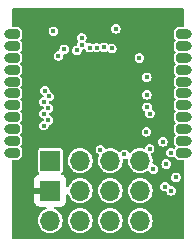
<source format=gbr>
%TF.GenerationSoftware,KiCad,Pcbnew,(5.99.0-10506-gb986797469)*%
%TF.CreationDate,2021-05-05T16:41:54+02:00*%
%TF.ProjectId,ESP31,45535033-312e-46b6-9963-61645f706362,rev?*%
%TF.SameCoordinates,Original*%
%TF.FileFunction,Copper,L2,Inr*%
%TF.FilePolarity,Positive*%
%FSLAX46Y46*%
G04 Gerber Fmt 4.6, Leading zero omitted, Abs format (unit mm)*
G04 Created by KiCad (PCBNEW (5.99.0-10506-gb986797469)) date 2021-05-05 16:41:54*
%MOMM*%
%LPD*%
G01*
G04 APERTURE LIST*
G04 Aperture macros list*
%AMOutline5P*
0 Free polygon, 5 corners , with rotation*
0 The origin of the aperture is its center*
0 number of corners: always 8*
0 $1 to $10 corner X, Y*
0 $11 Rotation angle, in degrees counterclockwise*
0 create outline with 8 corners*
4,1,5,$1,$2,$3,$4,$5,$6,$7,$8,$9,$10,$1,$2,$11*%
%AMOutline6P*
0 Free polygon, 6 corners , with rotation*
0 The origin of the aperture is its center*
0 number of corners: always 6*
0 $1 to $12 corner X, Y*
0 $13 Rotation angle, in degrees counterclockwise*
0 create outline with 6 corners*
4,1,6,$1,$2,$3,$4,$5,$6,$7,$8,$9,$10,$11,$12,$1,$2,$13*%
%AMOutline7P*
0 Free polygon, 7 corners , with rotation*
0 The origin of the aperture is its center*
0 number of corners: always 7*
0 $1 to $14 corner X, Y*
0 $15 Rotation angle, in degrees counterclockwise*
0 create outline with 7 corners*
4,1,7,$1,$2,$3,$4,$5,$6,$7,$8,$9,$10,$11,$12,$13,$14,$1,$2,$15*%
%AMOutline8P*
0 Free polygon, 8 corners , with rotation*
0 The origin of the aperture is its center*
0 number of corners: always 8*
0 $1 to $16 corner X, Y*
0 $17 Rotation angle, in degrees counterclockwise*
0 create outline with 8 corners*
4,1,8,$1,$2,$3,$4,$5,$6,$7,$8,$9,$10,$11,$12,$13,$14,$15,$16,$1,$2,$17*%
G04 Aperture macros list end*
%TA.AperFunction,ComponentPad*%
%ADD10C,0.800000*%
%TD*%
%TA.AperFunction,ComponentPad*%
%ADD11Outline6P,0.200000X-0.400000X-0.400000X-0.400000X-0.400000X0.400000X0.200000X0.400000X0.400000X0.200000X0.400000X-0.200000X180.000000*%
%TD*%
%TA.AperFunction,ComponentPad*%
%ADD12Outline6P,0.200000X-0.400000X-0.400000X-0.400000X-0.400000X0.400000X0.200000X0.400000X0.400000X0.200000X0.400000X-0.200000X0.000000*%
%TD*%
%TA.AperFunction,ComponentPad*%
%ADD13R,0.900000X0.500000*%
%TD*%
%TA.AperFunction,ComponentPad*%
%ADD14R,1.700000X1.700000*%
%TD*%
%TA.AperFunction,ComponentPad*%
%ADD15O,1.700000X1.700000*%
%TD*%
%TA.AperFunction,ViaPad*%
%ADD16C,0.400000*%
%TD*%
G04 APERTURE END LIST*
D10*
%TO.N,/SD0*%
%TO.C,J8*%
X119000000Y-104500000D03*
D11*
X118500000Y-104500000D03*
%TD*%
D10*
%TO.N,/IO5*%
%TO.C,J10*%
X119000000Y-102500000D03*
D11*
X118500000Y-102500000D03*
%TD*%
D10*
%TO.N,/IO21*%
%TO.C,J15*%
X119000000Y-97500000D03*
D11*
X118500000Y-97500000D03*
%TD*%
D10*
%TO.N,/IO10*%
%TO.C,J12*%
X119000000Y-105500000D03*
D11*
X118500000Y-105500000D03*
%TD*%
D10*
%TO.N,/IO34*%
%TO.C,J23*%
X104000000Y-101500000D03*
D12*
X104500000Y-101500000D03*
%TD*%
D10*
%TO.N,/IO19*%
%TO.C,J14*%
X119000000Y-99500000D03*
D11*
X118500000Y-99500000D03*
%TD*%
D10*
%TO.N,/IO9*%
%TO.C,J11*%
X119000000Y-106500000D03*
D11*
X118500000Y-106500000D03*
%TD*%
D10*
%TO.N,/IO23*%
%TO.C,J17*%
X119000000Y-100500000D03*
D11*
X118500000Y-100500000D03*
%TD*%
D10*
%TO.N,/IO35*%
%TO.C,J24*%
X104000000Y-99500000D03*
D12*
X104500000Y-99500000D03*
%TD*%
D10*
%TO.N,/IO25*%
%TO.C,J18*%
X104000000Y-105500000D03*
D12*
X104500000Y-105500000D03*
%TD*%
D10*
%TO.N,/IO27*%
%TO.C,J20*%
X104000000Y-107500000D03*
D12*
X104500000Y-107500000D03*
%TD*%
D10*
%TO.N,/IO33*%
%TO.C,J22*%
X104000000Y-104500000D03*
D12*
X104500000Y-104500000D03*
%TD*%
D10*
%TO.N,/IO26*%
%TO.C,J19*%
X104000000Y-106500000D03*
D12*
X104500000Y-106500000D03*
%TD*%
D10*
%TO.N,/IO18*%
%TO.C,J13*%
X119000000Y-101500000D03*
D11*
X118500000Y-101500000D03*
%TD*%
D13*
%TO.N,GND*%
%TO.C,AE1*%
X118150000Y-95625000D03*
%TD*%
D10*
%TO.N,/CAPN*%
%TO.C,J5*%
X104000000Y-103500000D03*
D12*
X104500000Y-103500000D03*
%TD*%
D10*
%TO.N,/SENS_VN*%
%TO.C,J6*%
X104000000Y-102500000D03*
D12*
X104500000Y-102500000D03*
%TD*%
D10*
%TO.N,/IO22*%
%TO.C,J16*%
X119000000Y-98500000D03*
D11*
X118500000Y-98500000D03*
%TD*%
D14*
%TO.N,/MTDO*%
%TO.C,J2*%
X107460000Y-108185000D03*
D15*
%TO.N,/MTCK*%
X110000000Y-108185000D03*
%TO.N,/MTDI*%
X112540000Y-108185000D03*
%TO.N,/MTMS*%
X115080000Y-108185000D03*
%TD*%
D10*
%TO.N,/SD1*%
%TO.C,J9*%
X119000000Y-103500000D03*
D11*
X118500000Y-103500000D03*
%TD*%
D10*
%TO.N,/SENS_VP*%
%TO.C,J3*%
X104000000Y-97500000D03*
D12*
X104500000Y-97500000D03*
%TD*%
D10*
%TO.N,/IO32*%
%TO.C,J21*%
X104000000Y-100500000D03*
D12*
X104500000Y-100500000D03*
%TD*%
D10*
%TO.N,/CAPP*%
%TO.C,J4*%
X104000000Y-98500000D03*
D12*
X104500000Y-98500000D03*
%TD*%
D10*
%TO.N,/IO17*%
%TO.C,J7*%
X119000000Y-107500000D03*
D11*
X118500000Y-107500000D03*
%TD*%
D14*
%TO.N,GND*%
%TO.C,J1*%
X107460000Y-110725000D03*
D15*
%TO.N,/IO1*%
X107460000Y-113265000D03*
%TO.N,/IO2*%
X110000000Y-110725000D03*
%TO.N,/IO4*%
X110000000Y-113265000D03*
%TO.N,/IO0*%
X112540000Y-110725000D03*
%TO.N,/EN*%
X112540000Y-113265000D03*
%TO.N,/IO3*%
X115080000Y-110725000D03*
%TO.N,+3V3*%
X115080000Y-113265000D03*
%TD*%
D16*
%TO.N,GND*%
X111250000Y-112750000D03*
X111250000Y-109750000D03*
X116500000Y-111000000D03*
X117072200Y-95427800D03*
X114822200Y-95427800D03*
X112496600Y-95427800D03*
X111072200Y-95427800D03*
X109270800Y-95427800D03*
X107822200Y-95427800D03*
X106822200Y-95427800D03*
X104500000Y-96000000D03*
X105572200Y-95427800D03*
X104500000Y-108500000D03*
X104500000Y-111500000D03*
X104500000Y-114500000D03*
X116750000Y-114500000D03*
X118500000Y-114500000D03*
X118500000Y-112750000D03*
%TO.N,/SD0*%
X117700500Y-110741379D03*
%TO.N,/IO5*%
X113744776Y-107649459D03*
%TO.N,/IO10*%
X117675498Y-107500000D03*
X117178605Y-110379611D03*
%TO.N,/CAPP*%
X112018504Y-98585338D03*
%TO.N,/SD0*%
X117273183Y-108471823D03*
%TO.N,/SENS_VP*%
X112668472Y-98685228D03*
%TO.N,/SD0*%
X111691359Y-107249500D03*
%TO.N,/IO17*%
X118100500Y-109600000D03*
%TO.N,/IO35*%
X108637107Y-98751298D03*
%TO.N,/IO5*%
X116200000Y-108900000D03*
%TO.N,/IO34*%
X109721076Y-98846187D03*
%TO.N,/IO32*%
X108153200Y-99314000D03*
%TO.N,/CAPN*%
X111388365Y-98615321D03*
%TO.N,/IO5*%
X115877458Y-107200000D03*
%TO.N,GND*%
X116027200Y-97586800D03*
X112600000Y-100900000D03*
X113868200Y-97231200D03*
X114579400Y-98094800D03*
X116484400Y-96926400D03*
X116586000Y-96164400D03*
X108508800Y-97256600D03*
X111500000Y-103000000D03*
X113600000Y-100900000D03*
X110500000Y-100900000D03*
X109600000Y-101800000D03*
X106500000Y-99000000D03*
X115519200Y-96164400D03*
X114000000Y-96000000D03*
X115214400Y-96799400D03*
X110000000Y-103100000D03*
X113100000Y-104600000D03*
X118500000Y-96500000D03*
X112800000Y-102400000D03*
X114503200Y-96926400D03*
X113474133Y-97657041D03*
X110200000Y-104600000D03*
X115316000Y-97917000D03*
X114300000Y-98729800D03*
%TO.N,/EN*%
X110133953Y-98374420D03*
X107725000Y-97227600D03*
%TO.N,+3V3*%
X110124000Y-97775000D03*
X113010360Y-97022906D03*
X106922571Y-103200000D03*
X115600000Y-105749500D03*
X115639885Y-102618660D03*
X115639885Y-101118660D03*
X115000000Y-99500000D03*
%TO.N,/IO1*%
X117000000Y-106600000D03*
X115653618Y-103660511D03*
%TO.N,/IO2*%
X107300000Y-104749500D03*
%TO.N,/IO0*%
X106922571Y-105215278D03*
%TO.N,/IO3*%
X115902665Y-104205835D03*
%TO.N,/MTDO*%
X106922571Y-104210679D03*
%TO.N,/MTCK*%
X107305606Y-103749500D03*
%TO.N,/MTDI*%
X107359644Y-102749500D03*
%TO.N,/MTMS*%
X107000000Y-102260453D03*
%TO.N,/SENS_VN*%
X110788082Y-98625893D03*
%TD*%
%TA.AperFunction,Conductor*%
%TO.N,GND*%
G36*
X118759191Y-95319707D02*
G01*
X118795155Y-95369207D01*
X118800000Y-95399800D01*
X118800000Y-96800500D01*
X118781093Y-96858691D01*
X118731593Y-96894655D01*
X118701000Y-96899500D01*
X118216950Y-96899500D01*
X117899500Y-97216950D01*
X117899500Y-97783050D01*
X118046446Y-97929996D01*
X118074223Y-97984513D01*
X118064652Y-98044945D01*
X118046446Y-98070004D01*
X117899500Y-98216950D01*
X117899500Y-98783050D01*
X118046446Y-98929996D01*
X118074223Y-98984513D01*
X118064652Y-99044945D01*
X118046446Y-99070004D01*
X117899500Y-99216950D01*
X117899500Y-99783050D01*
X118046446Y-99929996D01*
X118074223Y-99984513D01*
X118064652Y-100044945D01*
X118046446Y-100070004D01*
X117899500Y-100216950D01*
X117899500Y-100783050D01*
X118046446Y-100929996D01*
X118074223Y-100984513D01*
X118064652Y-101044945D01*
X118046446Y-101070004D01*
X117899500Y-101216950D01*
X117899500Y-101783050D01*
X118046446Y-101929996D01*
X118074223Y-101984513D01*
X118064652Y-102044945D01*
X118046446Y-102070004D01*
X117899500Y-102216950D01*
X117899500Y-102783050D01*
X118046446Y-102929996D01*
X118074223Y-102984513D01*
X118064652Y-103044945D01*
X118046446Y-103070004D01*
X117899500Y-103216950D01*
X117899500Y-103783050D01*
X118046446Y-103929996D01*
X118074223Y-103984513D01*
X118064652Y-104044945D01*
X118046446Y-104070004D01*
X117899500Y-104216950D01*
X117899500Y-104783050D01*
X118046446Y-104929996D01*
X118074223Y-104984513D01*
X118064652Y-105044945D01*
X118046446Y-105070004D01*
X117899500Y-105216950D01*
X117899500Y-105783050D01*
X118046446Y-105929996D01*
X118074223Y-105984513D01*
X118064652Y-106044945D01*
X118046446Y-106070004D01*
X117899500Y-106216950D01*
X117899500Y-106783050D01*
X118046447Y-106929997D01*
X118074224Y-106984514D01*
X118064653Y-107044946D01*
X118046448Y-107070003D01*
X118021951Y-107094500D01*
X117985017Y-107131433D01*
X117930500Y-107159210D01*
X117870069Y-107149639D01*
X117807744Y-107117883D01*
X117800804Y-107114347D01*
X117793110Y-107113128D01*
X117793109Y-107113128D01*
X117683194Y-107095719D01*
X117675498Y-107094500D01*
X117667802Y-107095719D01*
X117557887Y-107113128D01*
X117557886Y-107113128D01*
X117550192Y-107114347D01*
X117543252Y-107117883D01*
X117444090Y-107168408D01*
X117444088Y-107168409D01*
X117437151Y-107171944D01*
X117347442Y-107261653D01*
X117343907Y-107268590D01*
X117343906Y-107268592D01*
X117293709Y-107367111D01*
X117289845Y-107374694D01*
X117288626Y-107382388D01*
X117288626Y-107382389D01*
X117279763Y-107438347D01*
X117269998Y-107500000D01*
X117271217Y-107507696D01*
X117285979Y-107600895D01*
X117289845Y-107625306D01*
X117293381Y-107632246D01*
X117335223Y-107714365D01*
X117347442Y-107738347D01*
X117437151Y-107828056D01*
X117444088Y-107831591D01*
X117444090Y-107831592D01*
X117543252Y-107882117D01*
X117550192Y-107885653D01*
X117557886Y-107886872D01*
X117557887Y-107886872D01*
X117667802Y-107904281D01*
X117675498Y-107905500D01*
X117683194Y-107904281D01*
X117793109Y-107886872D01*
X117793110Y-107886872D01*
X117800804Y-107885653D01*
X117870069Y-107850361D01*
X117930500Y-107840790D01*
X117985017Y-107868567D01*
X118216950Y-108100500D01*
X118701000Y-108100500D01*
X118759191Y-108119407D01*
X118795155Y-108168907D01*
X118800000Y-108199500D01*
X118800000Y-114701000D01*
X118781093Y-114759191D01*
X118731593Y-114795155D01*
X118701000Y-114800000D01*
X104299000Y-114800000D01*
X104240809Y-114781093D01*
X104204845Y-114731593D01*
X104200000Y-114701000D01*
X104200000Y-109878543D01*
X106097000Y-109878543D01*
X106097000Y-110455320D01*
X106101122Y-110468005D01*
X106105243Y-110471000D01*
X107615000Y-110471000D01*
X107673191Y-110489907D01*
X107709155Y-110539407D01*
X107714000Y-110570000D01*
X107714000Y-110880000D01*
X107695093Y-110938191D01*
X107645593Y-110974155D01*
X107615000Y-110979000D01*
X106112680Y-110979000D01*
X106099995Y-110983122D01*
X106097000Y-110987243D01*
X106097000Y-111573236D01*
X106097126Y-111576756D01*
X106101843Y-111642715D01*
X106103717Y-111653100D01*
X106141364Y-111781314D01*
X106147187Y-111794065D01*
X106218472Y-111904987D01*
X106227651Y-111915581D01*
X106327299Y-112001926D01*
X106339090Y-112009504D01*
X106459029Y-112064278D01*
X106472484Y-112068228D01*
X106606491Y-112087495D01*
X106613543Y-112088000D01*
X107051550Y-112088000D01*
X107109741Y-112106907D01*
X107145705Y-112156407D01*
X107145705Y-112217593D01*
X107109741Y-112267093D01*
X107079502Y-112281972D01*
X107069250Y-112284989D01*
X107069247Y-112284990D01*
X107064603Y-112286357D01*
X107060309Y-112288602D01*
X106886344Y-112379548D01*
X106886340Y-112379551D01*
X106882047Y-112381795D01*
X106878271Y-112384831D01*
X106878268Y-112384833D01*
X106871903Y-112389951D01*
X106721505Y-112510874D01*
X106709643Y-112525011D01*
X106592202Y-112664971D01*
X106592199Y-112664975D01*
X106589093Y-112668677D01*
X106489853Y-112849194D01*
X106427565Y-113045549D01*
X106404603Y-113250263D01*
X106421840Y-113455538D01*
X106478621Y-113653555D01*
X106572782Y-113836773D01*
X106700737Y-113998212D01*
X106857612Y-114131723D01*
X106861835Y-114134083D01*
X106861839Y-114134086D01*
X106978453Y-114199259D01*
X107037432Y-114232221D01*
X107042030Y-114233715D01*
X107228742Y-114294382D01*
X107228745Y-114294383D01*
X107233347Y-114295878D01*
X107437895Y-114320269D01*
X107442717Y-114319898D01*
X107442720Y-114319898D01*
X107638458Y-114304837D01*
X107638463Y-114304836D01*
X107643286Y-114304465D01*
X107841695Y-114249068D01*
X107872089Y-114233715D01*
X108021244Y-114158371D01*
X108021246Y-114158370D01*
X108025565Y-114156188D01*
X108187893Y-114029363D01*
X108191055Y-114025700D01*
X108191060Y-114025695D01*
X108319332Y-113877089D01*
X108322496Y-113873424D01*
X108345766Y-113832463D01*
X108421858Y-113698517D01*
X108421859Y-113698514D01*
X108424247Y-113694311D01*
X108439355Y-113648897D01*
X108487743Y-113503435D01*
X108487743Y-113503433D01*
X108489270Y-113498844D01*
X108494154Y-113460187D01*
X108514740Y-113297225D01*
X108515088Y-113294471D01*
X108515500Y-113265000D01*
X108514055Y-113250263D01*
X108944603Y-113250263D01*
X108961840Y-113455538D01*
X109018621Y-113653555D01*
X109112782Y-113836773D01*
X109240737Y-113998212D01*
X109397612Y-114131723D01*
X109401835Y-114134083D01*
X109401839Y-114134086D01*
X109518453Y-114199259D01*
X109577432Y-114232221D01*
X109582030Y-114233715D01*
X109768742Y-114294382D01*
X109768745Y-114294383D01*
X109773347Y-114295878D01*
X109977895Y-114320269D01*
X109982717Y-114319898D01*
X109982720Y-114319898D01*
X110178458Y-114304837D01*
X110178463Y-114304836D01*
X110183286Y-114304465D01*
X110381695Y-114249068D01*
X110412089Y-114233715D01*
X110561244Y-114158371D01*
X110561246Y-114158370D01*
X110565565Y-114156188D01*
X110727893Y-114029363D01*
X110731055Y-114025700D01*
X110731060Y-114025695D01*
X110859332Y-113877089D01*
X110862496Y-113873424D01*
X110885766Y-113832463D01*
X110961858Y-113698517D01*
X110961859Y-113698514D01*
X110964247Y-113694311D01*
X110979355Y-113648897D01*
X111027743Y-113503435D01*
X111027743Y-113503433D01*
X111029270Y-113498844D01*
X111034154Y-113460187D01*
X111054740Y-113297225D01*
X111055088Y-113294471D01*
X111055500Y-113265000D01*
X111054055Y-113250263D01*
X111484603Y-113250263D01*
X111501840Y-113455538D01*
X111558621Y-113653555D01*
X111652782Y-113836773D01*
X111780737Y-113998212D01*
X111937612Y-114131723D01*
X111941835Y-114134083D01*
X111941839Y-114134086D01*
X112058453Y-114199259D01*
X112117432Y-114232221D01*
X112122030Y-114233715D01*
X112308742Y-114294382D01*
X112308745Y-114294383D01*
X112313347Y-114295878D01*
X112517895Y-114320269D01*
X112522717Y-114319898D01*
X112522720Y-114319898D01*
X112718458Y-114304837D01*
X112718463Y-114304836D01*
X112723286Y-114304465D01*
X112921695Y-114249068D01*
X112952089Y-114233715D01*
X113101244Y-114158371D01*
X113101246Y-114158370D01*
X113105565Y-114156188D01*
X113267893Y-114029363D01*
X113271055Y-114025700D01*
X113271060Y-114025695D01*
X113399332Y-113877089D01*
X113402496Y-113873424D01*
X113425766Y-113832463D01*
X113501858Y-113698517D01*
X113501859Y-113698514D01*
X113504247Y-113694311D01*
X113519355Y-113648897D01*
X113567743Y-113503435D01*
X113567743Y-113503433D01*
X113569270Y-113498844D01*
X113574154Y-113460187D01*
X113594740Y-113297225D01*
X113595088Y-113294471D01*
X113595500Y-113265000D01*
X113594055Y-113250263D01*
X114024603Y-113250263D01*
X114041840Y-113455538D01*
X114098621Y-113653555D01*
X114192782Y-113836773D01*
X114320737Y-113998212D01*
X114477612Y-114131723D01*
X114481835Y-114134083D01*
X114481839Y-114134086D01*
X114598453Y-114199259D01*
X114657432Y-114232221D01*
X114662030Y-114233715D01*
X114848742Y-114294382D01*
X114848745Y-114294383D01*
X114853347Y-114295878D01*
X115057895Y-114320269D01*
X115062717Y-114319898D01*
X115062720Y-114319898D01*
X115258458Y-114304837D01*
X115258463Y-114304836D01*
X115263286Y-114304465D01*
X115461695Y-114249068D01*
X115492089Y-114233715D01*
X115641244Y-114158371D01*
X115641246Y-114158370D01*
X115645565Y-114156188D01*
X115807893Y-114029363D01*
X115811055Y-114025700D01*
X115811060Y-114025695D01*
X115939332Y-113877089D01*
X115942496Y-113873424D01*
X115965766Y-113832463D01*
X116041858Y-113698517D01*
X116041859Y-113698514D01*
X116044247Y-113694311D01*
X116059355Y-113648897D01*
X116107743Y-113503435D01*
X116107743Y-113503433D01*
X116109270Y-113498844D01*
X116114154Y-113460187D01*
X116134740Y-113297225D01*
X116135088Y-113294471D01*
X116135500Y-113265000D01*
X116115398Y-113059986D01*
X116112493Y-113050362D01*
X116057256Y-112867412D01*
X116055858Y-112862780D01*
X115959148Y-112680895D01*
X115828952Y-112521259D01*
X115670228Y-112389951D01*
X115489023Y-112291973D01*
X115408649Y-112267093D01*
X115296859Y-112232488D01*
X115296855Y-112232487D01*
X115292238Y-112231058D01*
X115287431Y-112230553D01*
X115287427Y-112230552D01*
X115092185Y-112210032D01*
X115092183Y-112210032D01*
X115087369Y-112209526D01*
X115019372Y-112215714D01*
X114887039Y-112227757D01*
X114887036Y-112227758D01*
X114882219Y-112228196D01*
X114877577Y-112229562D01*
X114877573Y-112229563D01*
X114689250Y-112284989D01*
X114689247Y-112284990D01*
X114684603Y-112286357D01*
X114680309Y-112288602D01*
X114506344Y-112379548D01*
X114506340Y-112379551D01*
X114502047Y-112381795D01*
X114498271Y-112384831D01*
X114498268Y-112384833D01*
X114491903Y-112389951D01*
X114341505Y-112510874D01*
X114329643Y-112525011D01*
X114212202Y-112664971D01*
X114212199Y-112664975D01*
X114209093Y-112668677D01*
X114109853Y-112849194D01*
X114047565Y-113045549D01*
X114024603Y-113250263D01*
X113594055Y-113250263D01*
X113575398Y-113059986D01*
X113572493Y-113050362D01*
X113517256Y-112867412D01*
X113515858Y-112862780D01*
X113419148Y-112680895D01*
X113288952Y-112521259D01*
X113130228Y-112389951D01*
X112949023Y-112291973D01*
X112868649Y-112267093D01*
X112756859Y-112232488D01*
X112756855Y-112232487D01*
X112752238Y-112231058D01*
X112747431Y-112230553D01*
X112747427Y-112230552D01*
X112552185Y-112210032D01*
X112552183Y-112210032D01*
X112547369Y-112209526D01*
X112479372Y-112215714D01*
X112347039Y-112227757D01*
X112347036Y-112227758D01*
X112342219Y-112228196D01*
X112337577Y-112229562D01*
X112337573Y-112229563D01*
X112149250Y-112284989D01*
X112149247Y-112284990D01*
X112144603Y-112286357D01*
X112140309Y-112288602D01*
X111966344Y-112379548D01*
X111966340Y-112379551D01*
X111962047Y-112381795D01*
X111958271Y-112384831D01*
X111958268Y-112384833D01*
X111951903Y-112389951D01*
X111801505Y-112510874D01*
X111789643Y-112525011D01*
X111672202Y-112664971D01*
X111672199Y-112664975D01*
X111669093Y-112668677D01*
X111569853Y-112849194D01*
X111507565Y-113045549D01*
X111484603Y-113250263D01*
X111054055Y-113250263D01*
X111035398Y-113059986D01*
X111032493Y-113050362D01*
X110977256Y-112867412D01*
X110975858Y-112862780D01*
X110879148Y-112680895D01*
X110748952Y-112521259D01*
X110590228Y-112389951D01*
X110409023Y-112291973D01*
X110328649Y-112267093D01*
X110216859Y-112232488D01*
X110216855Y-112232487D01*
X110212238Y-112231058D01*
X110207431Y-112230553D01*
X110207427Y-112230552D01*
X110012185Y-112210032D01*
X110012183Y-112210032D01*
X110007369Y-112209526D01*
X109939372Y-112215714D01*
X109807039Y-112227757D01*
X109807036Y-112227758D01*
X109802219Y-112228196D01*
X109797577Y-112229562D01*
X109797573Y-112229563D01*
X109609250Y-112284989D01*
X109609247Y-112284990D01*
X109604603Y-112286357D01*
X109600309Y-112288602D01*
X109426344Y-112379548D01*
X109426340Y-112379551D01*
X109422047Y-112381795D01*
X109418271Y-112384831D01*
X109418268Y-112384833D01*
X109411903Y-112389951D01*
X109261505Y-112510874D01*
X109249643Y-112525011D01*
X109132202Y-112664971D01*
X109132199Y-112664975D01*
X109129093Y-112668677D01*
X109029853Y-112849194D01*
X108967565Y-113045549D01*
X108944603Y-113250263D01*
X108514055Y-113250263D01*
X108495398Y-113059986D01*
X108492493Y-113050362D01*
X108437256Y-112867412D01*
X108435858Y-112862780D01*
X108339148Y-112680895D01*
X108208952Y-112521259D01*
X108050228Y-112389951D01*
X107869023Y-112291973D01*
X107835426Y-112281573D01*
X107785429Y-112246303D01*
X107765711Y-112188382D01*
X107783804Y-112129933D01*
X107832797Y-112093282D01*
X107864701Y-112088000D01*
X108308236Y-112088000D01*
X108311756Y-112087874D01*
X108377715Y-112083157D01*
X108388100Y-112081283D01*
X108516314Y-112043636D01*
X108529065Y-112037813D01*
X108639987Y-111966528D01*
X108650581Y-111957349D01*
X108736926Y-111857701D01*
X108744504Y-111845910D01*
X108799278Y-111725971D01*
X108803228Y-111712516D01*
X108822495Y-111578509D01*
X108823000Y-111571457D01*
X108823000Y-111135765D01*
X108841907Y-111077574D01*
X108891407Y-111041610D01*
X108952593Y-111041610D01*
X109002093Y-111077574D01*
X109015228Y-111104507D01*
X109015504Y-111104398D01*
X109016925Y-111107987D01*
X109017165Y-111108479D01*
X109018621Y-111113555D01*
X109112782Y-111296773D01*
X109240737Y-111458212D01*
X109397612Y-111591723D01*
X109401835Y-111594083D01*
X109401839Y-111594086D01*
X109488851Y-111642715D01*
X109577432Y-111692221D01*
X109582030Y-111693715D01*
X109768742Y-111754382D01*
X109768745Y-111754383D01*
X109773347Y-111755878D01*
X109977895Y-111780269D01*
X109982717Y-111779898D01*
X109982720Y-111779898D01*
X110178458Y-111764837D01*
X110178463Y-111764836D01*
X110183286Y-111764465D01*
X110381695Y-111709068D01*
X110412089Y-111693715D01*
X110561244Y-111618371D01*
X110561246Y-111618370D01*
X110565565Y-111616188D01*
X110727893Y-111489363D01*
X110731055Y-111485700D01*
X110731060Y-111485695D01*
X110859332Y-111337089D01*
X110862496Y-111333424D01*
X110885766Y-111292463D01*
X110961858Y-111158517D01*
X110961859Y-111158514D01*
X110964247Y-111154311D01*
X110966720Y-111146879D01*
X111027743Y-110963435D01*
X111027743Y-110963433D01*
X111029270Y-110958844D01*
X111034154Y-110920187D01*
X111051668Y-110781544D01*
X111055088Y-110754471D01*
X111055164Y-110749075D01*
X111055461Y-110727776D01*
X111055500Y-110725000D01*
X111054055Y-110710263D01*
X111484603Y-110710263D01*
X111490786Y-110783892D01*
X111498321Y-110873625D01*
X111501840Y-110915538D01*
X111503173Y-110920186D01*
X111503173Y-110920187D01*
X111556027Y-111104507D01*
X111558621Y-111113555D01*
X111652782Y-111296773D01*
X111780737Y-111458212D01*
X111937612Y-111591723D01*
X111941835Y-111594083D01*
X111941839Y-111594086D01*
X112028851Y-111642715D01*
X112117432Y-111692221D01*
X112122030Y-111693715D01*
X112308742Y-111754382D01*
X112308745Y-111754383D01*
X112313347Y-111755878D01*
X112517895Y-111780269D01*
X112522717Y-111779898D01*
X112522720Y-111779898D01*
X112718458Y-111764837D01*
X112718463Y-111764836D01*
X112723286Y-111764465D01*
X112921695Y-111709068D01*
X112952089Y-111693715D01*
X113101244Y-111618371D01*
X113101246Y-111618370D01*
X113105565Y-111616188D01*
X113267893Y-111489363D01*
X113271055Y-111485700D01*
X113271060Y-111485695D01*
X113399332Y-111337089D01*
X113402496Y-111333424D01*
X113425766Y-111292463D01*
X113501858Y-111158517D01*
X113501859Y-111158514D01*
X113504247Y-111154311D01*
X113506720Y-111146879D01*
X113567743Y-110963435D01*
X113567743Y-110963433D01*
X113569270Y-110958844D01*
X113574154Y-110920187D01*
X113591668Y-110781544D01*
X113595088Y-110754471D01*
X113595164Y-110749075D01*
X113595461Y-110727776D01*
X113595500Y-110725000D01*
X113594055Y-110710263D01*
X114024603Y-110710263D01*
X114030786Y-110783892D01*
X114038321Y-110873625D01*
X114041840Y-110915538D01*
X114043173Y-110920186D01*
X114043173Y-110920187D01*
X114096027Y-111104507D01*
X114098621Y-111113555D01*
X114192782Y-111296773D01*
X114320737Y-111458212D01*
X114477612Y-111591723D01*
X114481835Y-111594083D01*
X114481839Y-111594086D01*
X114568851Y-111642715D01*
X114657432Y-111692221D01*
X114662030Y-111693715D01*
X114848742Y-111754382D01*
X114848745Y-111754383D01*
X114853347Y-111755878D01*
X115057895Y-111780269D01*
X115062717Y-111779898D01*
X115062720Y-111779898D01*
X115258458Y-111764837D01*
X115258463Y-111764836D01*
X115263286Y-111764465D01*
X115461695Y-111709068D01*
X115492089Y-111693715D01*
X115641244Y-111618371D01*
X115641246Y-111618370D01*
X115645565Y-111616188D01*
X115807893Y-111489363D01*
X115811055Y-111485700D01*
X115811060Y-111485695D01*
X115939332Y-111337089D01*
X115942496Y-111333424D01*
X115965766Y-111292463D01*
X116041858Y-111158517D01*
X116041859Y-111158514D01*
X116044247Y-111154311D01*
X116046720Y-111146879D01*
X116107743Y-110963435D01*
X116107743Y-110963433D01*
X116109270Y-110958844D01*
X116114154Y-110920187D01*
X116131668Y-110781544D01*
X116135088Y-110754471D01*
X116135164Y-110749075D01*
X116135461Y-110727776D01*
X116135500Y-110725000D01*
X116134055Y-110710263D01*
X116115870Y-110524796D01*
X116115869Y-110524792D01*
X116115398Y-110519986D01*
X116112493Y-110510362D01*
X116084857Y-110418829D01*
X116073016Y-110379611D01*
X116773105Y-110379611D01*
X116774324Y-110387307D01*
X116790575Y-110489907D01*
X116792952Y-110504917D01*
X116850549Y-110617958D01*
X116940258Y-110707667D01*
X116947195Y-110711202D01*
X116947197Y-110711203D01*
X117046359Y-110761728D01*
X117053299Y-110765264D01*
X117060993Y-110766483D01*
X117060994Y-110766483D01*
X117170909Y-110783892D01*
X117178605Y-110785111D01*
X117186301Y-110783892D01*
X117186304Y-110783892D01*
X117201129Y-110781544D01*
X117261561Y-110791116D01*
X117304825Y-110834380D01*
X117310491Y-110851818D01*
X117311221Y-110851581D01*
X117313628Y-110858990D01*
X117314847Y-110866685D01*
X117318383Y-110873625D01*
X117342108Y-110920187D01*
X117372444Y-110979726D01*
X117462153Y-111069435D01*
X117469090Y-111072970D01*
X117469092Y-111072971D01*
X117568254Y-111123496D01*
X117575194Y-111127032D01*
X117582888Y-111128251D01*
X117582889Y-111128251D01*
X117692804Y-111145660D01*
X117700500Y-111146879D01*
X117708196Y-111145660D01*
X117818111Y-111128251D01*
X117818112Y-111128251D01*
X117825806Y-111127032D01*
X117832746Y-111123496D01*
X117931908Y-111072971D01*
X117931910Y-111072970D01*
X117938847Y-111069435D01*
X118028556Y-110979726D01*
X118058893Y-110920187D01*
X118082617Y-110873625D01*
X118086153Y-110866685D01*
X118106000Y-110741379D01*
X118086153Y-110616073D01*
X118047090Y-110539407D01*
X118032092Y-110509971D01*
X118032091Y-110509969D01*
X118028556Y-110503032D01*
X117938847Y-110413323D01*
X117931910Y-110409788D01*
X117931908Y-110409787D01*
X117832746Y-110359262D01*
X117825806Y-110355726D01*
X117818112Y-110354507D01*
X117818111Y-110354507D01*
X117708196Y-110337098D01*
X117700500Y-110335879D01*
X117692804Y-110337098D01*
X117692801Y-110337098D01*
X117677976Y-110339446D01*
X117617544Y-110329874D01*
X117574280Y-110286610D01*
X117568614Y-110269172D01*
X117567884Y-110269409D01*
X117565477Y-110261999D01*
X117564258Y-110254305D01*
X117506661Y-110141264D01*
X117416952Y-110051555D01*
X117410015Y-110048020D01*
X117410013Y-110048019D01*
X117310851Y-109997494D01*
X117303911Y-109993958D01*
X117296217Y-109992739D01*
X117296216Y-109992739D01*
X117186301Y-109975330D01*
X117178605Y-109974111D01*
X117170909Y-109975330D01*
X117060994Y-109992739D01*
X117060993Y-109992739D01*
X117053299Y-109993958D01*
X117046359Y-109997494D01*
X116947197Y-110048019D01*
X116947195Y-110048020D01*
X116940258Y-110051555D01*
X116850549Y-110141264D01*
X116792952Y-110254305D01*
X116791733Y-110261999D01*
X116791733Y-110262000D01*
X116782106Y-110322780D01*
X116773105Y-110379611D01*
X116073016Y-110379611D01*
X116055858Y-110322780D01*
X115959148Y-110140895D01*
X115828952Y-109981259D01*
X115704790Y-109878543D01*
X115673955Y-109853034D01*
X115673953Y-109853033D01*
X115670228Y-109849951D01*
X115489023Y-109751973D01*
X115402876Y-109725306D01*
X115296859Y-109692488D01*
X115296855Y-109692487D01*
X115292238Y-109691058D01*
X115287431Y-109690553D01*
X115287427Y-109690552D01*
X115092185Y-109670032D01*
X115092183Y-109670032D01*
X115087369Y-109669526D01*
X115019372Y-109675714D01*
X114887039Y-109687757D01*
X114887036Y-109687758D01*
X114882219Y-109688196D01*
X114877577Y-109689562D01*
X114877573Y-109689563D01*
X114689250Y-109744989D01*
X114689247Y-109744990D01*
X114684603Y-109746357D01*
X114680309Y-109748602D01*
X114506344Y-109839548D01*
X114506340Y-109839551D01*
X114502047Y-109841795D01*
X114498271Y-109844831D01*
X114498268Y-109844833D01*
X114401608Y-109922550D01*
X114341505Y-109970874D01*
X114276773Y-110048019D01*
X114212202Y-110124971D01*
X114212199Y-110124975D01*
X114209093Y-110128677D01*
X114109853Y-110309194D01*
X114108389Y-110313808D01*
X114108388Y-110313811D01*
X114077943Y-110409787D01*
X114047565Y-110505549D01*
X114047025Y-110510361D01*
X114047025Y-110510362D01*
X114025512Y-110702161D01*
X114024603Y-110710263D01*
X113594055Y-110710263D01*
X113575870Y-110524796D01*
X113575869Y-110524792D01*
X113575398Y-110519986D01*
X113572493Y-110510362D01*
X113544857Y-110418829D01*
X113515858Y-110322780D01*
X113419148Y-110140895D01*
X113288952Y-109981259D01*
X113164790Y-109878543D01*
X113133955Y-109853034D01*
X113133953Y-109853033D01*
X113130228Y-109849951D01*
X112949023Y-109751973D01*
X112862876Y-109725306D01*
X112756859Y-109692488D01*
X112756855Y-109692487D01*
X112752238Y-109691058D01*
X112747431Y-109690553D01*
X112747427Y-109690552D01*
X112552185Y-109670032D01*
X112552183Y-109670032D01*
X112547369Y-109669526D01*
X112479372Y-109675714D01*
X112347039Y-109687757D01*
X112347036Y-109687758D01*
X112342219Y-109688196D01*
X112337577Y-109689562D01*
X112337573Y-109689563D01*
X112149250Y-109744989D01*
X112149247Y-109744990D01*
X112144603Y-109746357D01*
X112140309Y-109748602D01*
X111966344Y-109839548D01*
X111966340Y-109839551D01*
X111962047Y-109841795D01*
X111958271Y-109844831D01*
X111958268Y-109844833D01*
X111861608Y-109922550D01*
X111801505Y-109970874D01*
X111736773Y-110048019D01*
X111672202Y-110124971D01*
X111672199Y-110124975D01*
X111669093Y-110128677D01*
X111569853Y-110309194D01*
X111568389Y-110313808D01*
X111568388Y-110313811D01*
X111537943Y-110409787D01*
X111507565Y-110505549D01*
X111507025Y-110510361D01*
X111507025Y-110510362D01*
X111485512Y-110702161D01*
X111484603Y-110710263D01*
X111054055Y-110710263D01*
X111035870Y-110524796D01*
X111035869Y-110524792D01*
X111035398Y-110519986D01*
X111032493Y-110510362D01*
X111004857Y-110418829D01*
X110975858Y-110322780D01*
X110879148Y-110140895D01*
X110748952Y-109981259D01*
X110624790Y-109878543D01*
X110593955Y-109853034D01*
X110593953Y-109853033D01*
X110590228Y-109849951D01*
X110409023Y-109751973D01*
X110322876Y-109725306D01*
X110216859Y-109692488D01*
X110216855Y-109692487D01*
X110212238Y-109691058D01*
X110207431Y-109690553D01*
X110207427Y-109690552D01*
X110012185Y-109670032D01*
X110012183Y-109670032D01*
X110007369Y-109669526D01*
X109939372Y-109675714D01*
X109807039Y-109687757D01*
X109807036Y-109687758D01*
X109802219Y-109688196D01*
X109797577Y-109689562D01*
X109797573Y-109689563D01*
X109609250Y-109744989D01*
X109609247Y-109744990D01*
X109604603Y-109746357D01*
X109600309Y-109748602D01*
X109426344Y-109839548D01*
X109426340Y-109839551D01*
X109422047Y-109841795D01*
X109418271Y-109844831D01*
X109418268Y-109844833D01*
X109321608Y-109922550D01*
X109261505Y-109970874D01*
X109196773Y-110048019D01*
X109132202Y-110124971D01*
X109132199Y-110124975D01*
X109129093Y-110128677D01*
X109029853Y-110309194D01*
X109028389Y-110313808D01*
X109028388Y-110313811D01*
X109016366Y-110351710D01*
X108980748Y-110401460D01*
X108922691Y-110420773D01*
X108864370Y-110402272D01*
X108828061Y-110353024D01*
X108823000Y-110321775D01*
X108823000Y-109876764D01*
X108822874Y-109873244D01*
X108818157Y-109807285D01*
X108816283Y-109796900D01*
X108778636Y-109668686D01*
X108772813Y-109655935D01*
X108736866Y-109600000D01*
X117695000Y-109600000D01*
X117696219Y-109607696D01*
X117709423Y-109691058D01*
X117714847Y-109725306D01*
X117718383Y-109732246D01*
X117751326Y-109796900D01*
X117772444Y-109838347D01*
X117862153Y-109928056D01*
X117869090Y-109931591D01*
X117869092Y-109931592D01*
X117966570Y-109981259D01*
X117975194Y-109985653D01*
X117982888Y-109986872D01*
X117982889Y-109986872D01*
X118092804Y-110004281D01*
X118100500Y-110005500D01*
X118108196Y-110004281D01*
X118218111Y-109986872D01*
X118218112Y-109986872D01*
X118225806Y-109985653D01*
X118234430Y-109981259D01*
X118331908Y-109931592D01*
X118331910Y-109931591D01*
X118338847Y-109928056D01*
X118428556Y-109838347D01*
X118449675Y-109796900D01*
X118482617Y-109732246D01*
X118486153Y-109725306D01*
X118491578Y-109691058D01*
X118504781Y-109607696D01*
X118506000Y-109600000D01*
X118488997Y-109492651D01*
X118487372Y-109482389D01*
X118487372Y-109482388D01*
X118486153Y-109474694D01*
X118482617Y-109467754D01*
X118432092Y-109368592D01*
X118432091Y-109368590D01*
X118428556Y-109361653D01*
X118338847Y-109271944D01*
X118331910Y-109268409D01*
X118331908Y-109268408D01*
X118232746Y-109217883D01*
X118225806Y-109214347D01*
X118218112Y-109213128D01*
X118218111Y-109213128D01*
X118108196Y-109195719D01*
X118100500Y-109194500D01*
X118092804Y-109195719D01*
X117982889Y-109213128D01*
X117982888Y-109213128D01*
X117975194Y-109214347D01*
X117968254Y-109217883D01*
X117869092Y-109268408D01*
X117869090Y-109268409D01*
X117862153Y-109271944D01*
X117772444Y-109361653D01*
X117768909Y-109368590D01*
X117768908Y-109368592D01*
X117718383Y-109467754D01*
X117714847Y-109474694D01*
X117713628Y-109482388D01*
X117713628Y-109482389D01*
X117712003Y-109492651D01*
X117695000Y-109600000D01*
X108736866Y-109600000D01*
X108701528Y-109545013D01*
X108692349Y-109534419D01*
X108592701Y-109448074D01*
X108580910Y-109440496D01*
X108460971Y-109385722D01*
X108446652Y-109381518D01*
X108396144Y-109346983D01*
X108375581Y-109289357D01*
X108392818Y-109230649D01*
X108419539Y-109204212D01*
X108447200Y-109185729D01*
X108455310Y-109180310D01*
X108499857Y-109113641D01*
X108515500Y-109035000D01*
X108515500Y-108170263D01*
X108944603Y-108170263D01*
X108961840Y-108375538D01*
X108963173Y-108380186D01*
X108963173Y-108380187D01*
X109001509Y-108513878D01*
X109018621Y-108573555D01*
X109112782Y-108756773D01*
X109240737Y-108918212D01*
X109244417Y-108921344D01*
X109244419Y-108921346D01*
X109357531Y-109017611D01*
X109397612Y-109051723D01*
X109401835Y-109054083D01*
X109401839Y-109054086D01*
X109508401Y-109113641D01*
X109577432Y-109152221D01*
X109582030Y-109153715D01*
X109768742Y-109214382D01*
X109768745Y-109214383D01*
X109773347Y-109215878D01*
X109977895Y-109240269D01*
X109982717Y-109239898D01*
X109982720Y-109239898D01*
X110178458Y-109224837D01*
X110178463Y-109224836D01*
X110183286Y-109224465D01*
X110381695Y-109169068D01*
X110412089Y-109153715D01*
X110561244Y-109078371D01*
X110561246Y-109078370D01*
X110565565Y-109076188D01*
X110727893Y-108949363D01*
X110731055Y-108945700D01*
X110731060Y-108945695D01*
X110859332Y-108797089D01*
X110862496Y-108793424D01*
X110873137Y-108774694D01*
X110961858Y-108618517D01*
X110961859Y-108618514D01*
X110964247Y-108614311D01*
X110972523Y-108589434D01*
X111027743Y-108423435D01*
X111027743Y-108423433D01*
X111029270Y-108418844D01*
X111033633Y-108384311D01*
X111047940Y-108271053D01*
X111055088Y-108214471D01*
X111055500Y-108185000D01*
X111051216Y-108141309D01*
X111035870Y-107984796D01*
X111035869Y-107984792D01*
X111035398Y-107979986D01*
X111032493Y-107970362D01*
X111005850Y-107882117D01*
X110975858Y-107782780D01*
X110879148Y-107600895D01*
X110748952Y-107441259D01*
X110732734Y-107427842D01*
X110593955Y-107313034D01*
X110593953Y-107313033D01*
X110590228Y-107309951D01*
X110478427Y-107249500D01*
X111285859Y-107249500D01*
X111287078Y-107257196D01*
X111297248Y-107321403D01*
X111305706Y-107374806D01*
X111309242Y-107381746D01*
X111338082Y-107438347D01*
X111363303Y-107487847D01*
X111453012Y-107577556D01*
X111459949Y-107581091D01*
X111459951Y-107581092D01*
X111535561Y-107619617D01*
X111578826Y-107662882D01*
X111588397Y-107723314D01*
X111577371Y-107755518D01*
X111569853Y-107769194D01*
X111568389Y-107773808D01*
X111568388Y-107773811D01*
X111526614Y-107905500D01*
X111507565Y-107965549D01*
X111507025Y-107970361D01*
X111507025Y-107970362D01*
X111487851Y-108141309D01*
X111484603Y-108170263D01*
X111501840Y-108375538D01*
X111503173Y-108380186D01*
X111503173Y-108380187D01*
X111541509Y-108513878D01*
X111558621Y-108573555D01*
X111652782Y-108756773D01*
X111780737Y-108918212D01*
X111784417Y-108921344D01*
X111784419Y-108921346D01*
X111897531Y-109017611D01*
X111937612Y-109051723D01*
X111941835Y-109054083D01*
X111941839Y-109054086D01*
X112048401Y-109113641D01*
X112117432Y-109152221D01*
X112122030Y-109153715D01*
X112308742Y-109214382D01*
X112308745Y-109214383D01*
X112313347Y-109215878D01*
X112517895Y-109240269D01*
X112522717Y-109239898D01*
X112522720Y-109239898D01*
X112718458Y-109224837D01*
X112718463Y-109224836D01*
X112723286Y-109224465D01*
X112921695Y-109169068D01*
X112952089Y-109153715D01*
X113101244Y-109078371D01*
X113101246Y-109078370D01*
X113105565Y-109076188D01*
X113267893Y-108949363D01*
X113271055Y-108945700D01*
X113271060Y-108945695D01*
X113399332Y-108797089D01*
X113402496Y-108793424D01*
X113413137Y-108774694D01*
X113501858Y-108618517D01*
X113501859Y-108618514D01*
X113504247Y-108614311D01*
X113512523Y-108589434D01*
X113567743Y-108423435D01*
X113567743Y-108423433D01*
X113569270Y-108418844D01*
X113573633Y-108384311D01*
X113587940Y-108271053D01*
X113595088Y-108214471D01*
X113595500Y-108185000D01*
X113592693Y-108156370D01*
X113605832Y-108096612D01*
X113651587Y-108055990D01*
X113706707Y-108048929D01*
X113744776Y-108054959D01*
X113752472Y-108053740D01*
X113862387Y-108036331D01*
X113862388Y-108036331D01*
X113870082Y-108035112D01*
X113877020Y-108031577D01*
X113877026Y-108031575D01*
X113886226Y-108026887D01*
X113946658Y-108017316D01*
X114001174Y-108045094D01*
X114028951Y-108099611D01*
X114029553Y-108126132D01*
X114027972Y-108140231D01*
X114024603Y-108170263D01*
X114041840Y-108375538D01*
X114043173Y-108380186D01*
X114043173Y-108380187D01*
X114081509Y-108513878D01*
X114098621Y-108573555D01*
X114192782Y-108756773D01*
X114320737Y-108918212D01*
X114324417Y-108921344D01*
X114324419Y-108921346D01*
X114437531Y-109017611D01*
X114477612Y-109051723D01*
X114481835Y-109054083D01*
X114481839Y-109054086D01*
X114588401Y-109113641D01*
X114657432Y-109152221D01*
X114662030Y-109153715D01*
X114848742Y-109214382D01*
X114848745Y-109214383D01*
X114853347Y-109215878D01*
X115057895Y-109240269D01*
X115062717Y-109239898D01*
X115062720Y-109239898D01*
X115258458Y-109224837D01*
X115258463Y-109224836D01*
X115263286Y-109224465D01*
X115461695Y-109169068D01*
X115492089Y-109153715D01*
X115641244Y-109078371D01*
X115641246Y-109078370D01*
X115645565Y-109076188D01*
X115649379Y-109073208D01*
X115649384Y-109073205D01*
X115690195Y-109041320D01*
X115747690Y-109020393D01*
X115806505Y-109037258D01*
X115839354Y-109074388D01*
X115868405Y-109131403D01*
X115868408Y-109131407D01*
X115871944Y-109138347D01*
X115961653Y-109228056D01*
X115968590Y-109231591D01*
X115968592Y-109231592D01*
X116067754Y-109282117D01*
X116074694Y-109285653D01*
X116082388Y-109286872D01*
X116082389Y-109286872D01*
X116192304Y-109304281D01*
X116200000Y-109305500D01*
X116207696Y-109304281D01*
X116317611Y-109286872D01*
X116317612Y-109286872D01*
X116325306Y-109285653D01*
X116332246Y-109282117D01*
X116431408Y-109231592D01*
X116431410Y-109231591D01*
X116438347Y-109228056D01*
X116528056Y-109138347D01*
X116531595Y-109131403D01*
X116582117Y-109032246D01*
X116585653Y-109025306D01*
X116597682Y-108949363D01*
X116604281Y-108907696D01*
X116605500Y-108900000D01*
X116585653Y-108774694D01*
X116582117Y-108767754D01*
X116531592Y-108668592D01*
X116531591Y-108668590D01*
X116528056Y-108661653D01*
X116438347Y-108571944D01*
X116431410Y-108568409D01*
X116431408Y-108568408D01*
X116332246Y-108517883D01*
X116325306Y-108514347D01*
X116317612Y-108513128D01*
X116317611Y-108513128D01*
X116200000Y-108494500D01*
X116200396Y-108491997D01*
X116153660Y-108476812D01*
X116150035Y-108471823D01*
X116867683Y-108471823D01*
X116887530Y-108597129D01*
X116945127Y-108710170D01*
X117034836Y-108799879D01*
X117041773Y-108803414D01*
X117041775Y-108803415D01*
X117140937Y-108853940D01*
X117147877Y-108857476D01*
X117155571Y-108858695D01*
X117155572Y-108858695D01*
X117265487Y-108876104D01*
X117273183Y-108877323D01*
X117280879Y-108876104D01*
X117390794Y-108858695D01*
X117390795Y-108858695D01*
X117398489Y-108857476D01*
X117405429Y-108853940D01*
X117504591Y-108803415D01*
X117504593Y-108803414D01*
X117511530Y-108799879D01*
X117601239Y-108710170D01*
X117658836Y-108597129D01*
X117678683Y-108471823D01*
X117658836Y-108346517D01*
X117601239Y-108233476D01*
X117511530Y-108143767D01*
X117504593Y-108140232D01*
X117504591Y-108140231D01*
X117405429Y-108089706D01*
X117398489Y-108086170D01*
X117390795Y-108084951D01*
X117390794Y-108084951D01*
X117280879Y-108067542D01*
X117273183Y-108066323D01*
X117265487Y-108067542D01*
X117155572Y-108084951D01*
X117155571Y-108084951D01*
X117147877Y-108086170D01*
X117140937Y-108089706D01*
X117041775Y-108140231D01*
X117041773Y-108140232D01*
X117034836Y-108143767D01*
X116945127Y-108233476D01*
X116887530Y-108346517D01*
X116867683Y-108471823D01*
X116150035Y-108471823D01*
X116117696Y-108427312D01*
X116113632Y-108384311D01*
X116114741Y-108375538D01*
X116135088Y-108214471D01*
X116135500Y-108185000D01*
X116131216Y-108141309D01*
X116115870Y-107984796D01*
X116115869Y-107984792D01*
X116115398Y-107979986D01*
X116112493Y-107970362D01*
X116085850Y-107882117D01*
X116055858Y-107782780D01*
X116051090Y-107773811D01*
X116009365Y-107695340D01*
X115998740Y-107635084D01*
X116025562Y-107580091D01*
X116051832Y-107560652D01*
X116108866Y-107531592D01*
X116108868Y-107531591D01*
X116115805Y-107528056D01*
X116205514Y-107438347D01*
X116210003Y-107429538D01*
X116259575Y-107332246D01*
X116263111Y-107325306D01*
X116282958Y-107200000D01*
X116269392Y-107114347D01*
X116264330Y-107082389D01*
X116264330Y-107082388D01*
X116263111Y-107074694D01*
X116232944Y-107015487D01*
X116209050Y-106968592D01*
X116209049Y-106968590D01*
X116205514Y-106961653D01*
X116115805Y-106871944D01*
X116108868Y-106868409D01*
X116108866Y-106868408D01*
X116009704Y-106817883D01*
X116002764Y-106814347D01*
X115995070Y-106813128D01*
X115995069Y-106813128D01*
X115885154Y-106795719D01*
X115877458Y-106794500D01*
X115869762Y-106795719D01*
X115759847Y-106813128D01*
X115759846Y-106813128D01*
X115752152Y-106814347D01*
X115745212Y-106817883D01*
X115646050Y-106868408D01*
X115646048Y-106868409D01*
X115639111Y-106871944D01*
X115549402Y-106961653D01*
X115545867Y-106968590D01*
X115545866Y-106968592D01*
X115521972Y-107015487D01*
X115491805Y-107074694D01*
X115490586Y-107082388D01*
X115490586Y-107082389D01*
X115488827Y-107093496D01*
X115461049Y-107148013D01*
X115406533Y-107175790D01*
X115361771Y-107172582D01*
X115296859Y-107152488D01*
X115296855Y-107152487D01*
X115292238Y-107151058D01*
X115287431Y-107150553D01*
X115287427Y-107150552D01*
X115092185Y-107130032D01*
X115092183Y-107130032D01*
X115087369Y-107129526D01*
X115019372Y-107135714D01*
X114887039Y-107147757D01*
X114887036Y-107147758D01*
X114882219Y-107148196D01*
X114877577Y-107149562D01*
X114877573Y-107149563D01*
X114689250Y-107204989D01*
X114689247Y-107204990D01*
X114684603Y-107206357D01*
X114644593Y-107227274D01*
X114506344Y-107299548D01*
X114506340Y-107299551D01*
X114502047Y-107301795D01*
X114498271Y-107304831D01*
X114498268Y-107304833D01*
X114402608Y-107381746D01*
X114341505Y-107430874D01*
X114289960Y-107492304D01*
X114276749Y-107508048D01*
X114224861Y-107540471D01*
X114163824Y-107536203D01*
X114116954Y-107496874D01*
X114112700Y-107489357D01*
X114076368Y-107418051D01*
X114076367Y-107418049D01*
X114072832Y-107411112D01*
X113983123Y-107321403D01*
X113976186Y-107317868D01*
X113976184Y-107317867D01*
X113877022Y-107267342D01*
X113870082Y-107263806D01*
X113862388Y-107262587D01*
X113862387Y-107262587D01*
X113752472Y-107245178D01*
X113744776Y-107243959D01*
X113737080Y-107245178D01*
X113627165Y-107262587D01*
X113627164Y-107262587D01*
X113619470Y-107263806D01*
X113612530Y-107267342D01*
X113513368Y-107317867D01*
X113513366Y-107317868D01*
X113506429Y-107321403D01*
X113416720Y-107411112D01*
X113415706Y-107413102D01*
X113368480Y-107447412D01*
X113307295Y-107447411D01*
X113274784Y-107429538D01*
X113133955Y-107313034D01*
X113133953Y-107313033D01*
X113130228Y-107309951D01*
X113018427Y-107249500D01*
X112953277Y-107214273D01*
X112953276Y-107214272D01*
X112949023Y-107211973D01*
X112874153Y-107188797D01*
X112756859Y-107152488D01*
X112756855Y-107152487D01*
X112752238Y-107151058D01*
X112747431Y-107150553D01*
X112747427Y-107150552D01*
X112552185Y-107130032D01*
X112552183Y-107130032D01*
X112547369Y-107129526D01*
X112479372Y-107135714D01*
X112347039Y-107147757D01*
X112347036Y-107147758D01*
X112342219Y-107148196D01*
X112337577Y-107149562D01*
X112337573Y-107149563D01*
X112304796Y-107159210D01*
X112198464Y-107190505D01*
X112137303Y-107188797D01*
X112088827Y-107151465D01*
X112077774Y-107129003D01*
X112077012Y-107124194D01*
X112048255Y-107067754D01*
X112022951Y-107018092D01*
X112022950Y-107018090D01*
X112019415Y-107011153D01*
X111929706Y-106921444D01*
X111922769Y-106917909D01*
X111922767Y-106917908D01*
X111823605Y-106867383D01*
X111816665Y-106863847D01*
X111808971Y-106862628D01*
X111808970Y-106862628D01*
X111699055Y-106845219D01*
X111691359Y-106844000D01*
X111683663Y-106845219D01*
X111573748Y-106862628D01*
X111573747Y-106862628D01*
X111566053Y-106863847D01*
X111559113Y-106867383D01*
X111459951Y-106917908D01*
X111459949Y-106917909D01*
X111453012Y-106921444D01*
X111363303Y-107011153D01*
X111359768Y-107018090D01*
X111359767Y-107018092D01*
X111321347Y-107093496D01*
X111305706Y-107124194D01*
X111304487Y-107131888D01*
X111304487Y-107131889D01*
X111295715Y-107187275D01*
X111285859Y-107249500D01*
X110478427Y-107249500D01*
X110413277Y-107214273D01*
X110413276Y-107214272D01*
X110409023Y-107211973D01*
X110334153Y-107188797D01*
X110216859Y-107152488D01*
X110216855Y-107152487D01*
X110212238Y-107151058D01*
X110207431Y-107150553D01*
X110207427Y-107150552D01*
X110012185Y-107130032D01*
X110012183Y-107130032D01*
X110007369Y-107129526D01*
X109939372Y-107135714D01*
X109807039Y-107147757D01*
X109807036Y-107147758D01*
X109802219Y-107148196D01*
X109797577Y-107149562D01*
X109797573Y-107149563D01*
X109609250Y-107204989D01*
X109609247Y-107204990D01*
X109604603Y-107206357D01*
X109564593Y-107227274D01*
X109426344Y-107299548D01*
X109426340Y-107299551D01*
X109422047Y-107301795D01*
X109418271Y-107304831D01*
X109418268Y-107304833D01*
X109322608Y-107381746D01*
X109261505Y-107430874D01*
X109209079Y-107493353D01*
X109132202Y-107584971D01*
X109132199Y-107584975D01*
X109129093Y-107588677D01*
X109029853Y-107769194D01*
X109028389Y-107773808D01*
X109028388Y-107773811D01*
X108986614Y-107905500D01*
X108967565Y-107965549D01*
X108967025Y-107970361D01*
X108967025Y-107970362D01*
X108947851Y-108141309D01*
X108944603Y-108170263D01*
X108515500Y-108170263D01*
X108515500Y-107335000D01*
X108506787Y-107291200D01*
X108501760Y-107265924D01*
X108501759Y-107265922D01*
X108499857Y-107256359D01*
X108455310Y-107189690D01*
X108388641Y-107145143D01*
X108379078Y-107143241D01*
X108379076Y-107143240D01*
X108353800Y-107138213D01*
X108310000Y-107129500D01*
X106610000Y-107129500D01*
X106566200Y-107138213D01*
X106540924Y-107143240D01*
X106540922Y-107143241D01*
X106531359Y-107145143D01*
X106464690Y-107189690D01*
X106420143Y-107256359D01*
X106418241Y-107265922D01*
X106418240Y-107265924D01*
X106413213Y-107291200D01*
X106404500Y-107335000D01*
X106404500Y-109035000D01*
X106420143Y-109113641D01*
X106464690Y-109180310D01*
X106472800Y-109185729D01*
X106472802Y-109185731D01*
X106505027Y-109207263D01*
X106542907Y-109255312D01*
X106545309Y-109316451D01*
X106511316Y-109367324D01*
X106477917Y-109384568D01*
X106403686Y-109406364D01*
X106390935Y-109412187D01*
X106280013Y-109483472D01*
X106269419Y-109492651D01*
X106183074Y-109592299D01*
X106175496Y-109604090D01*
X106120722Y-109724029D01*
X106116772Y-109737484D01*
X106097505Y-109871491D01*
X106097000Y-109878543D01*
X104200000Y-109878543D01*
X104200000Y-108199500D01*
X104218907Y-108141309D01*
X104268407Y-108105345D01*
X104299000Y-108100500D01*
X104783050Y-108100500D01*
X105100500Y-107783050D01*
X105100500Y-107216950D01*
X104953554Y-107070004D01*
X104925777Y-107015487D01*
X104935348Y-106955055D01*
X104953554Y-106929996D01*
X105100500Y-106783050D01*
X105100500Y-106600000D01*
X116594500Y-106600000D01*
X116614347Y-106725306D01*
X116617883Y-106732246D01*
X116653807Y-106802750D01*
X116671944Y-106838347D01*
X116761653Y-106928056D01*
X116768590Y-106931591D01*
X116768592Y-106931592D01*
X116867754Y-106982117D01*
X116874694Y-106985653D01*
X116882388Y-106986872D01*
X116882389Y-106986872D01*
X116992304Y-107004281D01*
X117000000Y-107005500D01*
X117007696Y-107004281D01*
X117117611Y-106986872D01*
X117117612Y-106986872D01*
X117125306Y-106985653D01*
X117132246Y-106982117D01*
X117231408Y-106931592D01*
X117231410Y-106931591D01*
X117238347Y-106928056D01*
X117328056Y-106838347D01*
X117346194Y-106802750D01*
X117382117Y-106732246D01*
X117385653Y-106725306D01*
X117405500Y-106600000D01*
X117385653Y-106474694D01*
X117328056Y-106361653D01*
X117238347Y-106271944D01*
X117231410Y-106268409D01*
X117231408Y-106268408D01*
X117132246Y-106217883D01*
X117125306Y-106214347D01*
X117117612Y-106213128D01*
X117117611Y-106213128D01*
X117007696Y-106195719D01*
X117000000Y-106194500D01*
X116992304Y-106195719D01*
X116882389Y-106213128D01*
X116882388Y-106213128D01*
X116874694Y-106214347D01*
X116867754Y-106217883D01*
X116768592Y-106268408D01*
X116768590Y-106268409D01*
X116761653Y-106271944D01*
X116671944Y-106361653D01*
X116614347Y-106474694D01*
X116594500Y-106600000D01*
X105100500Y-106600000D01*
X105100500Y-106216950D01*
X104953554Y-106070004D01*
X104925777Y-106015487D01*
X104935348Y-105955055D01*
X104953554Y-105929996D01*
X105100500Y-105783050D01*
X105100500Y-105749500D01*
X115194500Y-105749500D01*
X115214347Y-105874806D01*
X115217883Y-105881746D01*
X115255236Y-105955055D01*
X115271944Y-105987847D01*
X115361653Y-106077556D01*
X115368590Y-106081091D01*
X115368592Y-106081092D01*
X115467754Y-106131617D01*
X115474694Y-106135153D01*
X115482388Y-106136372D01*
X115482389Y-106136372D01*
X115592304Y-106153781D01*
X115600000Y-106155000D01*
X115607696Y-106153781D01*
X115717611Y-106136372D01*
X115717612Y-106136372D01*
X115725306Y-106135153D01*
X115732246Y-106131617D01*
X115831408Y-106081092D01*
X115831410Y-106081091D01*
X115838347Y-106077556D01*
X115928056Y-105987847D01*
X115944765Y-105955055D01*
X115982117Y-105881746D01*
X115985653Y-105874806D01*
X116005500Y-105749500D01*
X115985653Y-105624194D01*
X115928056Y-105511153D01*
X115838347Y-105421444D01*
X115831410Y-105417909D01*
X115831408Y-105417908D01*
X115732246Y-105367383D01*
X115725306Y-105363847D01*
X115717612Y-105362628D01*
X115717611Y-105362628D01*
X115607696Y-105345219D01*
X115600000Y-105344000D01*
X115592304Y-105345219D01*
X115482389Y-105362628D01*
X115482388Y-105362628D01*
X115474694Y-105363847D01*
X115467754Y-105367383D01*
X115368592Y-105417908D01*
X115368590Y-105417909D01*
X115361653Y-105421444D01*
X115271944Y-105511153D01*
X115214347Y-105624194D01*
X115194500Y-105749500D01*
X105100500Y-105749500D01*
X105100500Y-105216950D01*
X104953554Y-105070004D01*
X104925777Y-105015487D01*
X104935348Y-104955055D01*
X104953554Y-104929996D01*
X105100500Y-104783050D01*
X105100500Y-104216950D01*
X104953554Y-104070004D01*
X104925777Y-104015487D01*
X104935348Y-103955055D01*
X104953554Y-103929996D01*
X105100500Y-103783050D01*
X105100500Y-103216950D01*
X105083550Y-103200000D01*
X106517071Y-103200000D01*
X106518290Y-103207696D01*
X106528735Y-103273639D01*
X106536918Y-103325306D01*
X106540454Y-103332246D01*
X106585903Y-103421444D01*
X106594515Y-103438347D01*
X106684224Y-103528056D01*
X106691161Y-103531591D01*
X106691163Y-103531592D01*
X106790325Y-103582117D01*
X106797265Y-103585653D01*
X106821407Y-103589477D01*
X106825126Y-103590066D01*
X106879642Y-103617845D01*
X106907418Y-103672362D01*
X106907418Y-103703335D01*
X106901734Y-103739220D01*
X106873956Y-103793736D01*
X106819443Y-103821513D01*
X106804960Y-103823807D01*
X106804959Y-103823807D01*
X106797265Y-103825026D01*
X106790324Y-103828563D01*
X106790323Y-103828563D01*
X106691163Y-103879087D01*
X106691161Y-103879088D01*
X106684224Y-103882623D01*
X106594515Y-103972332D01*
X106590980Y-103979269D01*
X106590979Y-103979271D01*
X106544749Y-104070004D01*
X106536918Y-104085373D01*
X106517071Y-104210679D01*
X106536918Y-104335985D01*
X106540454Y-104342925D01*
X106583267Y-104426950D01*
X106594515Y-104449026D01*
X106684224Y-104538735D01*
X106691161Y-104542270D01*
X106691163Y-104542271D01*
X106790325Y-104592796D01*
X106797265Y-104596332D01*
X106804957Y-104597550D01*
X106804959Y-104597551D01*
X106815378Y-104599201D01*
X106818006Y-104599617D01*
X106872522Y-104627395D01*
X106900299Y-104681911D01*
X106900299Y-104712884D01*
X106895237Y-104744847D01*
X106867461Y-104799364D01*
X106812942Y-104827142D01*
X106804960Y-104828406D01*
X106804959Y-104828406D01*
X106797265Y-104829625D01*
X106790325Y-104833161D01*
X106691163Y-104883686D01*
X106691161Y-104883687D01*
X106684224Y-104887222D01*
X106594515Y-104976931D01*
X106590980Y-104983868D01*
X106590979Y-104983870D01*
X106540454Y-105083032D01*
X106536918Y-105089972D01*
X106535699Y-105097666D01*
X106535699Y-105097667D01*
X106527072Y-105152138D01*
X106517071Y-105215278D01*
X106536918Y-105340584D01*
X106594515Y-105453625D01*
X106684224Y-105543334D01*
X106691161Y-105546869D01*
X106691163Y-105546870D01*
X106790325Y-105597395D01*
X106797265Y-105600931D01*
X106804959Y-105602150D01*
X106804960Y-105602150D01*
X106914875Y-105619559D01*
X106922571Y-105620778D01*
X106930267Y-105619559D01*
X107040182Y-105602150D01*
X107040183Y-105602150D01*
X107047877Y-105600931D01*
X107054817Y-105597395D01*
X107153979Y-105546870D01*
X107153981Y-105546869D01*
X107160918Y-105543334D01*
X107250627Y-105453625D01*
X107308224Y-105340584D01*
X107327334Y-105219929D01*
X107355112Y-105165413D01*
X107409629Y-105137636D01*
X107417611Y-105136372D01*
X107417612Y-105136372D01*
X107425306Y-105135153D01*
X107498877Y-105097667D01*
X107531408Y-105081092D01*
X107531410Y-105081091D01*
X107538347Y-105077556D01*
X107628056Y-104987847D01*
X107636424Y-104971425D01*
X107682117Y-104881746D01*
X107685653Y-104874806D01*
X107693203Y-104827142D01*
X107704281Y-104757196D01*
X107705500Y-104749500D01*
X107685653Y-104624194D01*
X107678480Y-104610116D01*
X107631592Y-104518092D01*
X107631591Y-104518090D01*
X107628056Y-104511153D01*
X107538347Y-104421444D01*
X107531410Y-104417909D01*
X107531408Y-104417908D01*
X107432246Y-104367383D01*
X107425306Y-104363847D01*
X107417614Y-104362629D01*
X107417612Y-104362628D01*
X107407193Y-104360978D01*
X107404565Y-104360562D01*
X107350049Y-104332784D01*
X107322272Y-104278268D01*
X107322272Y-104247294D01*
X107326443Y-104220960D01*
X107354221Y-104166443D01*
X107408734Y-104138666D01*
X107423217Y-104136372D01*
X107423218Y-104136372D01*
X107430912Y-104135153D01*
X107471554Y-104114445D01*
X107537014Y-104081092D01*
X107537016Y-104081091D01*
X107543953Y-104077556D01*
X107633662Y-103987847D01*
X107641568Y-103972332D01*
X107687723Y-103881746D01*
X107691259Y-103874806D01*
X107711106Y-103749500D01*
X107697011Y-103660511D01*
X115248118Y-103660511D01*
X115249337Y-103668207D01*
X115260585Y-103739220D01*
X115267965Y-103785817D01*
X115271501Y-103792757D01*
X115314822Y-103877779D01*
X115325562Y-103898858D01*
X115415271Y-103988567D01*
X115422208Y-103992102D01*
X115422210Y-103992103D01*
X115458804Y-104010748D01*
X115502069Y-104054013D01*
X115511640Y-104114445D01*
X115497165Y-104205835D01*
X115499151Y-104218375D01*
X115508638Y-104278268D01*
X115517012Y-104331141D01*
X115520548Y-104338081D01*
X115561222Y-104417908D01*
X115574609Y-104444182D01*
X115664318Y-104533891D01*
X115671255Y-104537426D01*
X115671257Y-104537427D01*
X115770419Y-104587952D01*
X115777359Y-104591488D01*
X115785053Y-104592707D01*
X115785054Y-104592707D01*
X115894969Y-104610116D01*
X115902665Y-104611335D01*
X115910361Y-104610116D01*
X116020276Y-104592707D01*
X116020277Y-104592707D01*
X116027971Y-104591488D01*
X116034911Y-104587952D01*
X116134073Y-104537427D01*
X116134075Y-104537426D01*
X116141012Y-104533891D01*
X116230721Y-104444182D01*
X116244109Y-104417908D01*
X116284782Y-104338081D01*
X116288318Y-104331141D01*
X116296693Y-104278268D01*
X116306179Y-104218375D01*
X116308165Y-104205835D01*
X116301926Y-104166443D01*
X116289537Y-104088224D01*
X116289537Y-104088223D01*
X116288318Y-104080529D01*
X116282955Y-104070004D01*
X116234257Y-103974427D01*
X116234256Y-103974425D01*
X116230721Y-103967488D01*
X116141012Y-103877779D01*
X116134075Y-103874244D01*
X116134073Y-103874243D01*
X116097479Y-103855598D01*
X116054214Y-103812333D01*
X116044643Y-103751901D01*
X116057899Y-103668207D01*
X116059118Y-103660511D01*
X116039271Y-103535205D01*
X116035735Y-103528265D01*
X115985210Y-103429103D01*
X115985209Y-103429101D01*
X115981674Y-103422164D01*
X115891965Y-103332455D01*
X115885028Y-103328920D01*
X115885026Y-103328919D01*
X115785864Y-103278394D01*
X115778924Y-103274858D01*
X115771230Y-103273639D01*
X115771229Y-103273639D01*
X115661314Y-103256230D01*
X115653618Y-103255011D01*
X115645922Y-103256230D01*
X115536007Y-103273639D01*
X115536006Y-103273639D01*
X115528312Y-103274858D01*
X115521372Y-103278394D01*
X115422210Y-103328919D01*
X115422208Y-103328920D01*
X115415271Y-103332455D01*
X115325562Y-103422164D01*
X115322027Y-103429101D01*
X115322026Y-103429103D01*
X115271501Y-103528265D01*
X115267965Y-103535205D01*
X115248118Y-103660511D01*
X107697011Y-103660511D01*
X107691259Y-103624194D01*
X107672242Y-103586871D01*
X107637198Y-103518092D01*
X107637197Y-103518090D01*
X107633662Y-103511153D01*
X107543953Y-103421444D01*
X107537016Y-103417909D01*
X107537014Y-103417908D01*
X107437852Y-103367383D01*
X107430912Y-103363847D01*
X107406770Y-103360023D01*
X107403051Y-103359434D01*
X107348535Y-103331655D01*
X107320759Y-103277138D01*
X107320758Y-103246171D01*
X107323317Y-103230012D01*
X107351093Y-103175498D01*
X107405610Y-103147720D01*
X107451779Y-103140407D01*
X107477255Y-103136372D01*
X107477256Y-103136372D01*
X107484950Y-103135153D01*
X107588506Y-103082389D01*
X107591052Y-103081092D01*
X107591054Y-103081091D01*
X107597991Y-103077556D01*
X107687700Y-102987847D01*
X107701047Y-102961653D01*
X107741761Y-102881746D01*
X107745297Y-102874806D01*
X107765144Y-102749500D01*
X107745297Y-102624194D01*
X107742477Y-102618660D01*
X115234385Y-102618660D01*
X115254232Y-102743966D01*
X115257768Y-102750906D01*
X115290093Y-102814347D01*
X115311829Y-102857007D01*
X115401538Y-102946716D01*
X115408475Y-102950251D01*
X115408477Y-102950252D01*
X115506114Y-103000000D01*
X115514579Y-103004313D01*
X115522273Y-103005532D01*
X115522274Y-103005532D01*
X115632189Y-103022941D01*
X115639885Y-103024160D01*
X115647581Y-103022941D01*
X115757496Y-103005532D01*
X115757497Y-103005532D01*
X115765191Y-103004313D01*
X115773656Y-103000000D01*
X115871293Y-102950252D01*
X115871295Y-102950251D01*
X115878232Y-102946716D01*
X115967941Y-102857007D01*
X115989678Y-102814347D01*
X116022002Y-102750906D01*
X116025538Y-102743966D01*
X116045385Y-102618660D01*
X116025538Y-102493354D01*
X115991704Y-102426950D01*
X115971477Y-102387252D01*
X115971476Y-102387250D01*
X115967941Y-102380313D01*
X115878232Y-102290604D01*
X115871295Y-102287069D01*
X115871293Y-102287068D01*
X115772131Y-102236543D01*
X115765191Y-102233007D01*
X115757497Y-102231788D01*
X115757496Y-102231788D01*
X115667183Y-102217484D01*
X115639885Y-102213160D01*
X115612587Y-102217484D01*
X115522274Y-102231788D01*
X115522273Y-102231788D01*
X115514579Y-102233007D01*
X115507639Y-102236543D01*
X115408477Y-102287068D01*
X115408475Y-102287069D01*
X115401538Y-102290604D01*
X115311829Y-102380313D01*
X115308294Y-102387250D01*
X115308293Y-102387252D01*
X115288066Y-102426950D01*
X115254232Y-102493354D01*
X115234385Y-102618660D01*
X107742477Y-102618660D01*
X107738556Y-102610964D01*
X107691236Y-102518092D01*
X107691235Y-102518090D01*
X107687700Y-102511153D01*
X107597991Y-102421444D01*
X107591054Y-102417909D01*
X107591052Y-102417908D01*
X107491890Y-102367383D01*
X107484950Y-102363847D01*
X107477255Y-102362628D01*
X107472690Y-102361145D01*
X107423189Y-102325182D01*
X107404404Y-102267370D01*
X107405500Y-102260453D01*
X107385653Y-102135147D01*
X107328056Y-102022106D01*
X107238347Y-101932397D01*
X107231410Y-101928862D01*
X107231408Y-101928861D01*
X107132246Y-101878336D01*
X107125306Y-101874800D01*
X107117612Y-101873581D01*
X107117611Y-101873581D01*
X107007696Y-101856172D01*
X107000000Y-101854953D01*
X106992304Y-101856172D01*
X106882389Y-101873581D01*
X106882388Y-101873581D01*
X106874694Y-101874800D01*
X106867754Y-101878336D01*
X106768592Y-101928861D01*
X106768590Y-101928862D01*
X106761653Y-101932397D01*
X106671944Y-102022106D01*
X106614347Y-102135147D01*
X106594500Y-102260453D01*
X106595719Y-102268149D01*
X106607620Y-102343285D01*
X106614347Y-102385759D01*
X106617883Y-102392699D01*
X106630728Y-102417908D01*
X106671944Y-102498800D01*
X106761653Y-102588509D01*
X106768590Y-102592044D01*
X106768592Y-102592045D01*
X106836743Y-102626769D01*
X106880008Y-102670034D01*
X106889579Y-102730466D01*
X106861802Y-102784982D01*
X106812215Y-102810248D01*
X106812369Y-102810721D01*
X106809382Y-102811691D01*
X106807285Y-102812760D01*
X106804960Y-102813128D01*
X106804959Y-102813128D01*
X106797265Y-102814347D01*
X106790325Y-102817883D01*
X106691163Y-102868408D01*
X106691161Y-102868409D01*
X106684224Y-102871944D01*
X106594515Y-102961653D01*
X106590980Y-102968590D01*
X106590979Y-102968592D01*
X106567085Y-103015487D01*
X106536918Y-103074694D01*
X106517071Y-103200000D01*
X105083550Y-103200000D01*
X104953554Y-103070004D01*
X104925777Y-103015487D01*
X104935348Y-102955055D01*
X104953554Y-102929996D01*
X105100500Y-102783050D01*
X105100500Y-102216950D01*
X104953554Y-102070004D01*
X104925777Y-102015487D01*
X104935348Y-101955055D01*
X104953554Y-101929996D01*
X105100500Y-101783050D01*
X105100500Y-101216950D01*
X105002210Y-101118660D01*
X115234385Y-101118660D01*
X115235604Y-101126356D01*
X115252437Y-101232630D01*
X115254232Y-101243966D01*
X115311829Y-101357007D01*
X115401538Y-101446716D01*
X115408475Y-101450251D01*
X115408477Y-101450252D01*
X115506114Y-101500000D01*
X115514579Y-101504313D01*
X115522273Y-101505532D01*
X115522274Y-101505532D01*
X115632189Y-101522941D01*
X115639885Y-101524160D01*
X115647581Y-101522941D01*
X115757496Y-101505532D01*
X115757497Y-101505532D01*
X115765191Y-101504313D01*
X115773656Y-101500000D01*
X115871293Y-101450252D01*
X115871295Y-101450251D01*
X115878232Y-101446716D01*
X115967941Y-101357007D01*
X116025538Y-101243966D01*
X116027334Y-101232630D01*
X116044166Y-101126356D01*
X116045385Y-101118660D01*
X116037970Y-101071847D01*
X116026757Y-101001049D01*
X116026757Y-101001048D01*
X116025538Y-100993354D01*
X115967941Y-100880313D01*
X115878232Y-100790604D01*
X115871295Y-100787069D01*
X115871293Y-100787068D01*
X115772131Y-100736543D01*
X115765191Y-100733007D01*
X115757497Y-100731788D01*
X115757496Y-100731788D01*
X115647581Y-100714379D01*
X115639885Y-100713160D01*
X115632189Y-100714379D01*
X115522274Y-100731788D01*
X115522273Y-100731788D01*
X115514579Y-100733007D01*
X115507639Y-100736543D01*
X115408477Y-100787068D01*
X115408475Y-100787069D01*
X115401538Y-100790604D01*
X115311829Y-100880313D01*
X115254232Y-100993354D01*
X115253013Y-101001048D01*
X115253013Y-101001049D01*
X115241800Y-101071847D01*
X115234385Y-101118660D01*
X105002210Y-101118660D01*
X104953554Y-101070004D01*
X104925777Y-101015487D01*
X104935348Y-100955055D01*
X104953554Y-100929996D01*
X105100500Y-100783050D01*
X105100500Y-100216950D01*
X104953554Y-100070004D01*
X104925777Y-100015487D01*
X104935348Y-99955055D01*
X104953554Y-99929996D01*
X105100500Y-99783050D01*
X105100500Y-99314000D01*
X107747700Y-99314000D01*
X107767547Y-99439306D01*
X107771083Y-99446246D01*
X107794551Y-99492304D01*
X107825144Y-99552347D01*
X107914853Y-99642056D01*
X107921790Y-99645591D01*
X107921792Y-99645592D01*
X108020954Y-99696117D01*
X108027894Y-99699653D01*
X108035588Y-99700872D01*
X108035589Y-99700872D01*
X108145504Y-99718281D01*
X108153200Y-99719500D01*
X108160896Y-99718281D01*
X108270811Y-99700872D01*
X108270812Y-99700872D01*
X108278506Y-99699653D01*
X108285446Y-99696117D01*
X108384608Y-99645592D01*
X108384610Y-99645591D01*
X108391547Y-99642056D01*
X108481256Y-99552347D01*
X108507929Y-99500000D01*
X114594500Y-99500000D01*
X114614347Y-99625306D01*
X114617883Y-99632246D01*
X114652850Y-99700872D01*
X114671944Y-99738347D01*
X114761653Y-99828056D01*
X114768590Y-99831591D01*
X114768592Y-99831592D01*
X114867754Y-99882117D01*
X114874694Y-99885653D01*
X114882388Y-99886872D01*
X114882389Y-99886872D01*
X114992304Y-99904281D01*
X115000000Y-99905500D01*
X115007696Y-99904281D01*
X115117611Y-99886872D01*
X115117612Y-99886872D01*
X115125306Y-99885653D01*
X115132246Y-99882117D01*
X115231408Y-99831592D01*
X115231410Y-99831591D01*
X115238347Y-99828056D01*
X115328056Y-99738347D01*
X115347151Y-99700872D01*
X115382117Y-99632246D01*
X115385653Y-99625306D01*
X115405500Y-99500000D01*
X115385653Y-99374694D01*
X115382117Y-99367754D01*
X115331592Y-99268592D01*
X115331591Y-99268590D01*
X115328056Y-99261653D01*
X115238347Y-99171944D01*
X115231410Y-99168409D01*
X115231408Y-99168408D01*
X115132246Y-99117883D01*
X115125306Y-99114347D01*
X115117612Y-99113128D01*
X115117611Y-99113128D01*
X115007696Y-99095719D01*
X115000000Y-99094500D01*
X114992304Y-99095719D01*
X114882389Y-99113128D01*
X114882388Y-99113128D01*
X114874694Y-99114347D01*
X114867754Y-99117883D01*
X114768592Y-99168408D01*
X114768590Y-99168409D01*
X114761653Y-99171944D01*
X114671944Y-99261653D01*
X114668409Y-99268590D01*
X114668408Y-99268592D01*
X114617883Y-99367754D01*
X114614347Y-99374694D01*
X114594500Y-99500000D01*
X108507929Y-99500000D01*
X108511850Y-99492304D01*
X108535317Y-99446246D01*
X108538853Y-99439306D01*
X108558700Y-99314000D01*
X108551741Y-99270065D01*
X108561312Y-99209635D01*
X108604576Y-99166370D01*
X108637376Y-99158495D01*
X108637107Y-99156798D01*
X108754718Y-99138170D01*
X108754719Y-99138170D01*
X108762413Y-99136951D01*
X108769353Y-99133415D01*
X108868515Y-99082890D01*
X108868517Y-99082889D01*
X108875454Y-99079354D01*
X108965163Y-98989645D01*
X108968851Y-98982408D01*
X109019224Y-98883544D01*
X109022760Y-98876604D01*
X109024719Y-98864240D01*
X109027578Y-98846187D01*
X109315576Y-98846187D01*
X109316795Y-98853883D01*
X109331530Y-98946912D01*
X109335423Y-98971493D01*
X109338959Y-98978433D01*
X109386685Y-99072100D01*
X109393020Y-99084534D01*
X109482729Y-99174243D01*
X109489666Y-99177778D01*
X109489668Y-99177779D01*
X109588830Y-99228304D01*
X109595770Y-99231840D01*
X109603464Y-99233059D01*
X109603465Y-99233059D01*
X109713380Y-99250468D01*
X109721076Y-99251687D01*
X109728772Y-99250468D01*
X109838687Y-99233059D01*
X109838688Y-99233059D01*
X109846382Y-99231840D01*
X109853322Y-99228304D01*
X109952484Y-99177779D01*
X109952486Y-99177778D01*
X109959423Y-99174243D01*
X110049132Y-99084534D01*
X110055468Y-99072100D01*
X110103193Y-98978433D01*
X110106729Y-98971493D01*
X110110623Y-98946912D01*
X110125900Y-98850455D01*
X110153678Y-98795938D01*
X110208194Y-98768161D01*
X110237730Y-98763483D01*
X110251564Y-98761292D01*
X110251565Y-98761292D01*
X110259259Y-98760073D01*
X110288300Y-98745276D01*
X110348732Y-98735705D01*
X110403249Y-98763483D01*
X110421454Y-98788541D01*
X110456487Y-98857296D01*
X110456490Y-98857300D01*
X110460026Y-98864240D01*
X110549735Y-98953949D01*
X110556672Y-98957484D01*
X110556674Y-98957485D01*
X110655381Y-99007778D01*
X110662776Y-99011546D01*
X110670470Y-99012765D01*
X110670471Y-99012765D01*
X110780386Y-99030174D01*
X110788082Y-99031393D01*
X110795778Y-99030174D01*
X110905693Y-99012765D01*
X110905694Y-99012765D01*
X110913388Y-99011546D01*
X111026429Y-98953949D01*
X111031937Y-98948441D01*
X111037308Y-98944539D01*
X111095499Y-98925631D01*
X111149972Y-98943331D01*
X111150018Y-98943377D01*
X111263059Y-99000974D01*
X111270753Y-99002193D01*
X111270754Y-99002193D01*
X111380669Y-99019602D01*
X111388365Y-99020821D01*
X111396061Y-99019602D01*
X111505976Y-99002193D01*
X111505977Y-99002193D01*
X111513671Y-99000974D01*
X111520611Y-98997438D01*
X111619773Y-98946913D01*
X111619775Y-98946912D01*
X111626712Y-98943377D01*
X111649732Y-98920357D01*
X111704249Y-98892580D01*
X111764681Y-98902151D01*
X111775614Y-98908851D01*
X111780157Y-98913394D01*
X111787092Y-98916928D01*
X111787094Y-98916929D01*
X111866689Y-98957484D01*
X111893198Y-98970991D01*
X111900892Y-98972210D01*
X111900893Y-98972210D01*
X112010808Y-98989619D01*
X112018504Y-98990838D01*
X112026200Y-98989619D01*
X112136115Y-98972210D01*
X112136116Y-98972210D01*
X112143810Y-98970991D01*
X112150750Y-98967455D01*
X112150753Y-98967454D01*
X112241378Y-98921279D01*
X112301810Y-98911708D01*
X112356326Y-98939485D01*
X112430125Y-99013284D01*
X112437062Y-99016819D01*
X112437064Y-99016820D01*
X112492263Y-99044945D01*
X112543166Y-99070881D01*
X112550860Y-99072100D01*
X112550861Y-99072100D01*
X112660776Y-99089509D01*
X112668472Y-99090728D01*
X112676168Y-99089509D01*
X112786083Y-99072100D01*
X112786084Y-99072100D01*
X112793778Y-99070881D01*
X112844681Y-99044945D01*
X112899880Y-99016820D01*
X112899882Y-99016819D01*
X112906819Y-99013284D01*
X112996528Y-98923575D01*
X113001716Y-98913394D01*
X113050589Y-98817474D01*
X113054125Y-98810534D01*
X113057609Y-98788541D01*
X113072753Y-98692924D01*
X113073972Y-98685228D01*
X113064590Y-98625992D01*
X113055344Y-98567617D01*
X113055344Y-98567616D01*
X113054125Y-98559922D01*
X113027387Y-98507445D01*
X113000064Y-98453820D01*
X113000063Y-98453818D01*
X112996528Y-98446881D01*
X112906819Y-98357172D01*
X112899882Y-98353637D01*
X112899880Y-98353636D01*
X112800718Y-98303111D01*
X112793778Y-98299575D01*
X112786084Y-98298356D01*
X112786083Y-98298356D01*
X112676168Y-98280947D01*
X112668472Y-98279728D01*
X112660776Y-98280947D01*
X112550861Y-98298356D01*
X112550860Y-98298356D01*
X112543166Y-98299575D01*
X112536226Y-98303111D01*
X112536223Y-98303112D01*
X112445598Y-98349287D01*
X112385166Y-98358858D01*
X112330650Y-98331081D01*
X112256851Y-98257282D01*
X112249914Y-98253747D01*
X112249912Y-98253746D01*
X112150750Y-98203221D01*
X112143810Y-98199685D01*
X112136116Y-98198466D01*
X112136115Y-98198466D01*
X112026200Y-98181057D01*
X112018504Y-98179838D01*
X112010808Y-98181057D01*
X111900893Y-98198466D01*
X111900892Y-98198466D01*
X111893198Y-98199685D01*
X111886258Y-98203221D01*
X111787096Y-98253746D01*
X111787094Y-98253747D01*
X111780157Y-98257282D01*
X111757137Y-98280302D01*
X111702620Y-98308079D01*
X111642188Y-98298508D01*
X111631255Y-98291808D01*
X111626712Y-98287265D01*
X111619777Y-98283731D01*
X111619775Y-98283730D01*
X111520611Y-98233204D01*
X111513671Y-98229668D01*
X111505977Y-98228449D01*
X111505976Y-98228449D01*
X111396061Y-98211040D01*
X111388365Y-98209821D01*
X111380669Y-98211040D01*
X111270754Y-98228449D01*
X111270753Y-98228449D01*
X111263059Y-98229668D01*
X111150018Y-98287265D01*
X111144511Y-98292772D01*
X111139139Y-98296675D01*
X111080948Y-98315583D01*
X111026475Y-98297883D01*
X111026429Y-98297837D01*
X110913388Y-98240240D01*
X110905694Y-98239021D01*
X110905693Y-98239021D01*
X110795778Y-98221612D01*
X110788082Y-98220393D01*
X110780386Y-98221612D01*
X110670471Y-98239021D01*
X110670470Y-98239021D01*
X110662776Y-98240240D01*
X110655836Y-98243776D01*
X110633735Y-98255037D01*
X110573303Y-98264608D01*
X110518786Y-98236830D01*
X110500581Y-98211772D01*
X110465548Y-98143017D01*
X110465545Y-98143013D01*
X110462009Y-98136073D01*
X110456502Y-98130566D01*
X110453221Y-98126050D01*
X110434314Y-98067859D01*
X110452013Y-98013390D01*
X110452056Y-98013347D01*
X110509653Y-97900306D01*
X110529500Y-97775000D01*
X110509653Y-97649694D01*
X110491707Y-97614472D01*
X110455592Y-97543592D01*
X110455591Y-97543590D01*
X110452056Y-97536653D01*
X110362347Y-97446944D01*
X110355410Y-97443409D01*
X110355408Y-97443408D01*
X110256246Y-97392883D01*
X110249306Y-97389347D01*
X110241612Y-97388128D01*
X110241611Y-97388128D01*
X110131696Y-97370719D01*
X110124000Y-97369500D01*
X110116304Y-97370719D01*
X110006389Y-97388128D01*
X110006388Y-97388128D01*
X109998694Y-97389347D01*
X109991754Y-97392883D01*
X109892592Y-97443408D01*
X109892590Y-97443409D01*
X109885653Y-97446944D01*
X109795944Y-97536653D01*
X109792409Y-97543590D01*
X109792408Y-97543592D01*
X109756293Y-97614472D01*
X109738347Y-97649694D01*
X109718500Y-97775000D01*
X109738347Y-97900306D01*
X109741883Y-97907246D01*
X109792407Y-98006405D01*
X109795944Y-98013347D01*
X109801450Y-98018853D01*
X109804732Y-98023370D01*
X109823639Y-98081561D01*
X109805940Y-98136030D01*
X109805897Y-98136073D01*
X109802360Y-98143015D01*
X109752822Y-98240240D01*
X109748300Y-98249114D01*
X109747081Y-98256808D01*
X109747081Y-98256809D01*
X109729129Y-98370152D01*
X109701351Y-98424669D01*
X109646835Y-98452446D01*
X109638160Y-98453820D01*
X109603465Y-98459315D01*
X109603464Y-98459315D01*
X109595770Y-98460534D01*
X109588830Y-98464070D01*
X109489668Y-98514595D01*
X109489666Y-98514596D01*
X109482729Y-98518131D01*
X109393020Y-98607840D01*
X109389485Y-98614777D01*
X109389484Y-98614779D01*
X109353589Y-98685228D01*
X109335423Y-98720881D01*
X109334204Y-98728575D01*
X109334204Y-98728576D01*
X109329386Y-98758994D01*
X109315576Y-98846187D01*
X109027578Y-98846187D01*
X109041388Y-98758994D01*
X109041388Y-98758993D01*
X109042607Y-98751298D01*
X109022760Y-98625992D01*
X108965163Y-98512951D01*
X108875454Y-98423242D01*
X108868517Y-98419707D01*
X108868515Y-98419706D01*
X108769353Y-98369181D01*
X108762413Y-98365645D01*
X108754719Y-98364426D01*
X108754718Y-98364426D01*
X108644803Y-98347017D01*
X108637107Y-98345798D01*
X108629411Y-98347017D01*
X108519496Y-98364426D01*
X108519495Y-98364426D01*
X108511801Y-98365645D01*
X108504861Y-98369181D01*
X108405699Y-98419706D01*
X108405697Y-98419707D01*
X108398760Y-98423242D01*
X108309051Y-98512951D01*
X108251454Y-98625992D01*
X108231607Y-98751298D01*
X108238566Y-98795233D01*
X108228995Y-98855663D01*
X108185731Y-98898928D01*
X108152931Y-98906803D01*
X108153200Y-98908500D01*
X108035589Y-98927128D01*
X108035588Y-98927128D01*
X108027894Y-98928347D01*
X108020954Y-98931883D01*
X107921792Y-98982408D01*
X107921790Y-98982409D01*
X107914853Y-98985944D01*
X107825144Y-99075653D01*
X107821609Y-99082590D01*
X107821608Y-99082592D01*
X107774910Y-99174243D01*
X107767547Y-99188694D01*
X107766328Y-99196388D01*
X107766328Y-99196389D01*
X107761381Y-99227622D01*
X107747700Y-99314000D01*
X105100500Y-99314000D01*
X105100500Y-99216950D01*
X104953554Y-99070004D01*
X104925777Y-99015487D01*
X104935348Y-98955055D01*
X104953554Y-98929996D01*
X105100500Y-98783050D01*
X105100500Y-98216950D01*
X104953554Y-98070004D01*
X104925777Y-98015487D01*
X104935348Y-97955055D01*
X104953554Y-97929996D01*
X105100500Y-97783050D01*
X105100500Y-97227600D01*
X107319500Y-97227600D01*
X107339347Y-97352906D01*
X107342883Y-97359846D01*
X107387262Y-97446944D01*
X107396944Y-97465947D01*
X107486653Y-97555656D01*
X107493590Y-97559191D01*
X107493592Y-97559192D01*
X107592754Y-97609717D01*
X107599694Y-97613253D01*
X107607388Y-97614472D01*
X107607389Y-97614472D01*
X107717304Y-97631881D01*
X107725000Y-97633100D01*
X107732696Y-97631881D01*
X107842611Y-97614472D01*
X107842612Y-97614472D01*
X107850306Y-97613253D01*
X107857246Y-97609717D01*
X107956408Y-97559192D01*
X107956410Y-97559191D01*
X107963347Y-97555656D01*
X108053056Y-97465947D01*
X108062739Y-97446944D01*
X108107117Y-97359846D01*
X108110653Y-97352906D01*
X108130500Y-97227600D01*
X108110653Y-97102294D01*
X108095140Y-97071847D01*
X108070203Y-97022906D01*
X112604860Y-97022906D01*
X112624707Y-97148212D01*
X112628243Y-97155152D01*
X112661236Y-97219904D01*
X112682304Y-97261253D01*
X112772013Y-97350962D01*
X112778950Y-97354497D01*
X112778952Y-97354498D01*
X112847348Y-97389347D01*
X112885054Y-97408559D01*
X112892748Y-97409778D01*
X112892749Y-97409778D01*
X113002664Y-97427187D01*
X113010360Y-97428406D01*
X113018056Y-97427187D01*
X113127971Y-97409778D01*
X113127972Y-97409778D01*
X113135666Y-97408559D01*
X113173372Y-97389347D01*
X113241768Y-97354498D01*
X113241770Y-97354497D01*
X113248707Y-97350962D01*
X113338416Y-97261253D01*
X113359485Y-97219904D01*
X113392477Y-97155152D01*
X113396013Y-97148212D01*
X113415860Y-97022906D01*
X113396013Y-96897600D01*
X113367657Y-96841947D01*
X113341952Y-96791498D01*
X113341951Y-96791496D01*
X113338416Y-96784559D01*
X113248707Y-96694850D01*
X113241770Y-96691315D01*
X113241768Y-96691314D01*
X113142606Y-96640789D01*
X113135666Y-96637253D01*
X113127972Y-96636034D01*
X113127971Y-96636034D01*
X113018056Y-96618625D01*
X113010360Y-96617406D01*
X113002664Y-96618625D01*
X112892749Y-96636034D01*
X112892748Y-96636034D01*
X112885054Y-96637253D01*
X112878114Y-96640789D01*
X112778952Y-96691314D01*
X112778950Y-96691315D01*
X112772013Y-96694850D01*
X112682304Y-96784559D01*
X112678769Y-96791496D01*
X112678768Y-96791498D01*
X112653063Y-96841947D01*
X112624707Y-96897600D01*
X112604860Y-97022906D01*
X108070203Y-97022906D01*
X108056592Y-96996192D01*
X108056591Y-96996190D01*
X108053056Y-96989253D01*
X107963347Y-96899544D01*
X107956410Y-96896009D01*
X107956408Y-96896008D01*
X107857246Y-96845483D01*
X107850306Y-96841947D01*
X107842612Y-96840728D01*
X107842611Y-96840728D01*
X107732696Y-96823319D01*
X107725000Y-96822100D01*
X107717304Y-96823319D01*
X107607389Y-96840728D01*
X107607388Y-96840728D01*
X107599694Y-96841947D01*
X107592754Y-96845483D01*
X107493592Y-96896008D01*
X107493590Y-96896009D01*
X107486653Y-96899544D01*
X107396944Y-96989253D01*
X107393409Y-96996190D01*
X107393408Y-96996192D01*
X107354860Y-97071847D01*
X107339347Y-97102294D01*
X107319500Y-97227600D01*
X105100500Y-97227600D01*
X105100500Y-97216950D01*
X104783050Y-96899500D01*
X104299000Y-96899500D01*
X104240809Y-96880593D01*
X104204845Y-96831093D01*
X104200000Y-96800500D01*
X104200000Y-95399800D01*
X104218907Y-95341609D01*
X104268407Y-95305645D01*
X104299000Y-95300800D01*
X118701000Y-95300800D01*
X118759191Y-95319707D01*
G37*
%TD.AperFunction*%
%TD*%
M02*

</source>
